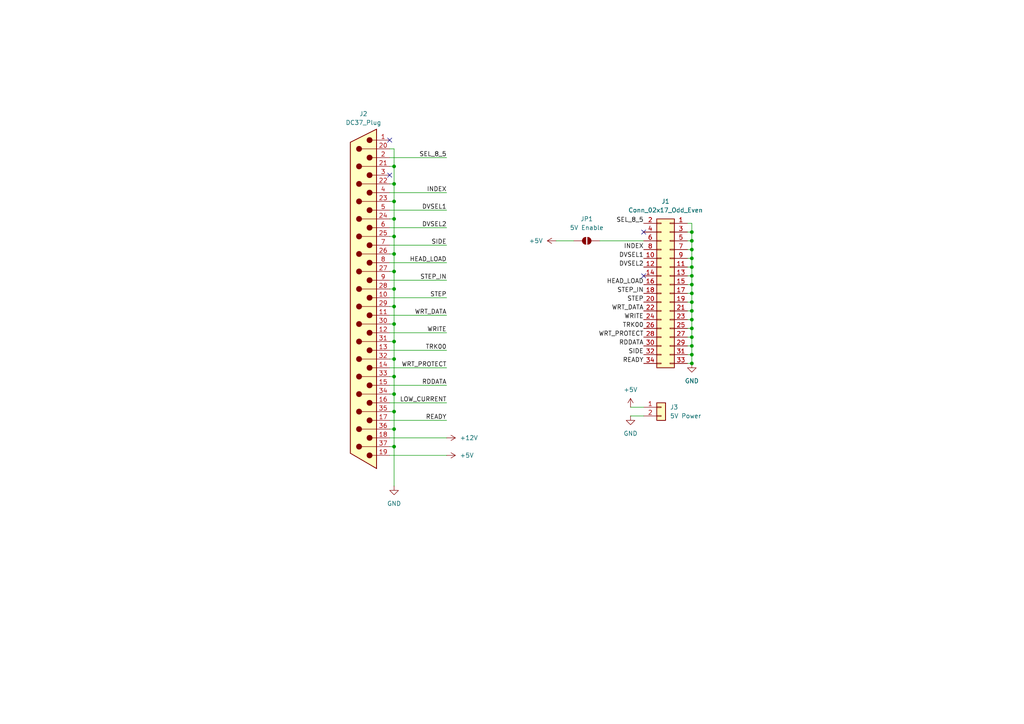
<source format=kicad_sch>
(kicad_sch
	(version 20231120)
	(generator "eeschema")
	(generator_version "8.0")
	(uuid "db3b844b-1b53-432e-aedc-54d28d814540")
	(paper "A4")
	(title_block
		(title "Xerox DB37 to IDC34 Floppy Adapter")
		(date "2025-01-12")
		(rev "v1.0")
		(company "Chris Tersteeg")
	)
	(lib_symbols
		(symbol "Connector:DC37_Plug"
			(pin_names
				(offset 1.016) hide)
			(exclude_from_sim no)
			(in_bom yes)
			(on_board yes)
			(property "Reference" "J"
				(at 0 50.8 0)
				(effects
					(font
						(size 1.27 1.27)
					)
				)
			)
			(property "Value" "DC37_Plug"
				(at 0 -50.8 0)
				(effects
					(font
						(size 1.27 1.27)
					)
				)
			)
			(property "Footprint" ""
				(at 0 0 0)
				(effects
					(font
						(size 1.27 1.27)
					)
					(hide yes)
				)
			)
			(property "Datasheet" "~"
				(at 0 0 0)
				(effects
					(font
						(size 1.27 1.27)
					)
					(hide yes)
				)
			)
			(property "Description" "37-pin male plug pin D-SUB connector"
				(at 0 0 0)
				(effects
					(font
						(size 1.27 1.27)
					)
					(hide yes)
				)
			)
			(property "ki_keywords" "male plug D-SUB connector"
				(at 0 0 0)
				(effects
					(font
						(size 1.27 1.27)
					)
					(hide yes)
				)
			)
			(property "ki_fp_filters" "DSUB*Male*"
				(at 0 0 0)
				(effects
					(font
						(size 1.27 1.27)
					)
					(hide yes)
				)
			)
			(symbol "DC37_Plug_0_1"
				(circle
					(center -1.778 -45.72)
					(radius 0.762)
					(stroke
						(width 0)
						(type default)
					)
					(fill
						(type outline)
					)
				)
				(circle
					(center -1.778 -40.64)
					(radius 0.762)
					(stroke
						(width 0)
						(type default)
					)
					(fill
						(type outline)
					)
				)
				(circle
					(center -1.778 -35.56)
					(radius 0.762)
					(stroke
						(width 0)
						(type default)
					)
					(fill
						(type outline)
					)
				)
				(circle
					(center -1.778 -30.48)
					(radius 0.762)
					(stroke
						(width 0)
						(type default)
					)
					(fill
						(type outline)
					)
				)
				(circle
					(center -1.778 -25.4)
					(radius 0.762)
					(stroke
						(width 0)
						(type default)
					)
					(fill
						(type outline)
					)
				)
				(circle
					(center -1.778 -20.32)
					(radius 0.762)
					(stroke
						(width 0)
						(type default)
					)
					(fill
						(type outline)
					)
				)
				(circle
					(center -1.778 -15.24)
					(radius 0.762)
					(stroke
						(width 0)
						(type default)
					)
					(fill
						(type outline)
					)
				)
				(circle
					(center -1.778 -10.16)
					(radius 0.762)
					(stroke
						(width 0)
						(type default)
					)
					(fill
						(type outline)
					)
				)
				(circle
					(center -1.778 -5.08)
					(radius 0.762)
					(stroke
						(width 0)
						(type default)
					)
					(fill
						(type outline)
					)
				)
				(circle
					(center -1.778 0)
					(radius 0.762)
					(stroke
						(width 0)
						(type default)
					)
					(fill
						(type outline)
					)
				)
				(circle
					(center -1.778 5.08)
					(radius 0.762)
					(stroke
						(width 0)
						(type default)
					)
					(fill
						(type outline)
					)
				)
				(circle
					(center -1.778 10.16)
					(radius 0.762)
					(stroke
						(width 0)
						(type default)
					)
					(fill
						(type outline)
					)
				)
				(circle
					(center -1.778 15.24)
					(radius 0.762)
					(stroke
						(width 0)
						(type default)
					)
					(fill
						(type outline)
					)
				)
				(circle
					(center -1.778 20.32)
					(radius 0.762)
					(stroke
						(width 0)
						(type default)
					)
					(fill
						(type outline)
					)
				)
				(circle
					(center -1.778 25.4)
					(radius 0.762)
					(stroke
						(width 0)
						(type default)
					)
					(fill
						(type outline)
					)
				)
				(circle
					(center -1.778 30.48)
					(radius 0.762)
					(stroke
						(width 0)
						(type default)
					)
					(fill
						(type outline)
					)
				)
				(circle
					(center -1.778 35.56)
					(radius 0.762)
					(stroke
						(width 0)
						(type default)
					)
					(fill
						(type outline)
					)
				)
				(circle
					(center -1.778 40.64)
					(radius 0.762)
					(stroke
						(width 0)
						(type default)
					)
					(fill
						(type outline)
					)
				)
				(circle
					(center -1.778 45.72)
					(radius 0.762)
					(stroke
						(width 0)
						(type default)
					)
					(fill
						(type outline)
					)
				)
				(polyline
					(pts
						(xy -3.81 -45.72) (xy -2.54 -45.72)
					)
					(stroke
						(width 0)
						(type default)
					)
					(fill
						(type none)
					)
				)
				(polyline
					(pts
						(xy -3.81 -43.18) (xy 0.508 -43.18)
					)
					(stroke
						(width 0)
						(type default)
					)
					(fill
						(type none)
					)
				)
				(polyline
					(pts
						(xy -3.81 -40.64) (xy -2.54 -40.64)
					)
					(stroke
						(width 0)
						(type default)
					)
					(fill
						(type none)
					)
				)
				(polyline
					(pts
						(xy -3.81 -38.1) (xy 0.508 -38.1)
					)
					(stroke
						(width 0)
						(type default)
					)
					(fill
						(type none)
					)
				)
				(polyline
					(pts
						(xy -3.81 -35.56) (xy -2.54 -35.56)
					)
					(stroke
						(width 0)
						(type default)
					)
					(fill
						(type none)
					)
				)
				(polyline
					(pts
						(xy -3.81 -33.02) (xy 0.508 -33.02)
					)
					(stroke
						(width 0)
						(type default)
					)
					(fill
						(type none)
					)
				)
				(polyline
					(pts
						(xy -3.81 -30.48) (xy -2.54 -30.48)
					)
					(stroke
						(width 0)
						(type default)
					)
					(fill
						(type none)
					)
				)
				(polyline
					(pts
						(xy -3.81 -27.94) (xy 0.508 -27.94)
					)
					(stroke
						(width 0)
						(type default)
					)
					(fill
						(type none)
					)
				)
				(polyline
					(pts
						(xy -3.81 -25.4) (xy -2.54 -25.4)
					)
					(stroke
						(width 0)
						(type default)
					)
					(fill
						(type none)
					)
				)
				(polyline
					(pts
						(xy -3.81 -22.86) (xy 0.508 -22.86)
					)
					(stroke
						(width 0)
						(type default)
					)
					(fill
						(type none)
					)
				)
				(polyline
					(pts
						(xy -3.81 -20.32) (xy -2.54 -20.32)
					)
					(stroke
						(width 0)
						(type default)
					)
					(fill
						(type none)
					)
				)
				(polyline
					(pts
						(xy -3.81 -17.78) (xy 0.508 -17.78)
					)
					(stroke
						(width 0)
						(type default)
					)
					(fill
						(type none)
					)
				)
				(polyline
					(pts
						(xy -3.81 -15.24) (xy -2.54 -15.24)
					)
					(stroke
						(width 0)
						(type default)
					)
					(fill
						(type none)
					)
				)
				(polyline
					(pts
						(xy -3.81 -12.7) (xy 0.508 -12.7)
					)
					(stroke
						(width 0)
						(type default)
					)
					(fill
						(type none)
					)
				)
				(polyline
					(pts
						(xy -3.81 -10.16) (xy -2.54 -10.16)
					)
					(stroke
						(width 0)
						(type default)
					)
					(fill
						(type none)
					)
				)
				(polyline
					(pts
						(xy -3.81 -7.62) (xy 0.508 -7.62)
					)
					(stroke
						(width 0)
						(type default)
					)
					(fill
						(type none)
					)
				)
				(polyline
					(pts
						(xy -3.81 -5.08) (xy -2.54 -5.08)
					)
					(stroke
						(width 0)
						(type default)
					)
					(fill
						(type none)
					)
				)
				(polyline
					(pts
						(xy -3.81 -2.54) (xy 0.508 -2.54)
					)
					(stroke
						(width 0)
						(type default)
					)
					(fill
						(type none)
					)
				)
				(polyline
					(pts
						(xy -3.81 0) (xy -2.54 0)
					)
					(stroke
						(width 0)
						(type default)
					)
					(fill
						(type none)
					)
				)
				(polyline
					(pts
						(xy -3.81 2.54) (xy 0.508 2.54)
					)
					(stroke
						(width 0)
						(type default)
					)
					(fill
						(type none)
					)
				)
				(polyline
					(pts
						(xy -3.81 5.08) (xy -2.54 5.08)
					)
					(stroke
						(width 0)
						(type default)
					)
					(fill
						(type none)
					)
				)
				(polyline
					(pts
						(xy -3.81 7.62) (xy 0.508 7.62)
					)
					(stroke
						(width 0)
						(type default)
					)
					(fill
						(type none)
					)
				)
				(polyline
					(pts
						(xy -3.81 10.16) (xy -2.54 10.16)
					)
					(stroke
						(width 0)
						(type default)
					)
					(fill
						(type none)
					)
				)
				(polyline
					(pts
						(xy -3.81 12.7) (xy 0.508 12.7)
					)
					(stroke
						(width 0)
						(type default)
					)
					(fill
						(type none)
					)
				)
				(polyline
					(pts
						(xy -3.81 15.24) (xy -2.54 15.24)
					)
					(stroke
						(width 0)
						(type default)
					)
					(fill
						(type none)
					)
				)
				(polyline
					(pts
						(xy -3.81 17.78) (xy 0.508 17.78)
					)
					(stroke
						(width 0)
						(type default)
					)
					(fill
						(type none)
					)
				)
				(polyline
					(pts
						(xy -3.81 20.32) (xy -2.54 20.32)
					)
					(stroke
						(width 0)
						(type default)
					)
					(fill
						(type none)
					)
				)
				(polyline
					(pts
						(xy -3.81 22.86) (xy 0.508 22.86)
					)
					(stroke
						(width 0)
						(type default)
					)
					(fill
						(type none)
					)
				)
				(polyline
					(pts
						(xy -3.81 25.4) (xy -2.54 25.4)
					)
					(stroke
						(width 0)
						(type default)
					)
					(fill
						(type none)
					)
				)
				(polyline
					(pts
						(xy -3.81 27.94) (xy 0.508 27.94)
					)
					(stroke
						(width 0)
						(type default)
					)
					(fill
						(type none)
					)
				)
				(polyline
					(pts
						(xy -3.81 30.48) (xy -2.54 30.48)
					)
					(stroke
						(width 0)
						(type default)
					)
					(fill
						(type none)
					)
				)
				(polyline
					(pts
						(xy -3.81 33.02) (xy 0.508 33.02)
					)
					(stroke
						(width 0)
						(type default)
					)
					(fill
						(type none)
					)
				)
				(polyline
					(pts
						(xy -3.81 35.56) (xy -2.54 35.56)
					)
					(stroke
						(width 0)
						(type default)
					)
					(fill
						(type none)
					)
				)
				(polyline
					(pts
						(xy -3.81 38.1) (xy 0.508 38.1)
					)
					(stroke
						(width 0)
						(type default)
					)
					(fill
						(type none)
					)
				)
				(polyline
					(pts
						(xy -3.81 40.64) (xy -2.54 40.64)
					)
					(stroke
						(width 0)
						(type default)
					)
					(fill
						(type none)
					)
				)
				(polyline
					(pts
						(xy -3.81 43.18) (xy 0.508 43.18)
					)
					(stroke
						(width 0)
						(type default)
					)
					(fill
						(type none)
					)
				)
				(polyline
					(pts
						(xy -3.81 45.72) (xy -2.54 45.72)
					)
					(stroke
						(width 0)
						(type default)
					)
					(fill
						(type none)
					)
				)
				(polyline
					(pts
						(xy -3.81 49.53) (xy 3.81 45.085) (xy 3.81 -45.085) (xy -3.81 -48.895) (xy -3.81 49.53)
					)
					(stroke
						(width 0.254)
						(type default)
					)
					(fill
						(type background)
					)
				)
				(circle
					(center 1.27 -43.18)
					(radius 0.762)
					(stroke
						(width 0)
						(type default)
					)
					(fill
						(type outline)
					)
				)
				(circle
					(center 1.27 -38.1)
					(radius 0.762)
					(stroke
						(width 0)
						(type default)
					)
					(fill
						(type outline)
					)
				)
				(circle
					(center 1.27 -33.02)
					(radius 0.762)
					(stroke
						(width 0)
						(type default)
					)
					(fill
						(type outline)
					)
				)
				(circle
					(center 1.27 -27.94)
					(radius 0.762)
					(stroke
						(width 0)
						(type default)
					)
					(fill
						(type outline)
					)
				)
				(circle
					(center 1.27 -22.86)
					(radius 0.762)
					(stroke
						(width 0)
						(type default)
					)
					(fill
						(type outline)
					)
				)
				(circle
					(center 1.27 -17.78)
					(radius 0.762)
					(stroke
						(width 0)
						(type default)
					)
					(fill
						(type outline)
					)
				)
				(circle
					(center 1.27 -12.7)
					(radius 0.762)
					(stroke
						(width 0)
						(type default)
					)
					(fill
						(type outline)
					)
				)
				(circle
					(center 1.27 -7.62)
					(radius 0.762)
					(stroke
						(width 0)
						(type default)
					)
					(fill
						(type outline)
					)
				)
				(circle
					(center 1.27 -2.54)
					(radius 0.762)
					(stroke
						(width 0)
						(type default)
					)
					(fill
						(type outline)
					)
				)
				(circle
					(center 1.27 2.54)
					(radius 0.762)
					(stroke
						(width 0)
						(type default)
					)
					(fill
						(type outline)
					)
				)
				(circle
					(center 1.27 7.62)
					(radius 0.762)
					(stroke
						(width 0)
						(type default)
					)
					(fill
						(type outline)
					)
				)
				(circle
					(center 1.27 12.7)
					(radius 0.762)
					(stroke
						(width 0)
						(type default)
					)
					(fill
						(type outline)
					)
				)
				(circle
					(center 1.27 17.78)
					(radius 0.762)
					(stroke
						(width 0)
						(type default)
					)
					(fill
						(type outline)
					)
				)
				(circle
					(center 1.27 22.86)
					(radius 0.762)
					(stroke
						(width 0)
						(type default)
					)
					(fill
						(type outline)
					)
				)
				(circle
					(center 1.27 27.94)
					(radius 0.762)
					(stroke
						(width 0)
						(type default)
					)
					(fill
						(type outline)
					)
				)
				(circle
					(center 1.27 33.02)
					(radius 0.762)
					(stroke
						(width 0)
						(type default)
					)
					(fill
						(type outline)
					)
				)
				(circle
					(center 1.27 38.1)
					(radius 0.762)
					(stroke
						(width 0)
						(type default)
					)
					(fill
						(type outline)
					)
				)
				(circle
					(center 1.27 43.18)
					(radius 0.762)
					(stroke
						(width 0)
						(type default)
					)
					(fill
						(type outline)
					)
				)
			)
			(symbol "DC37_Plug_1_1"
				(pin passive line
					(at -7.62 -45.72 0)
					(length 3.81)
					(name "1"
						(effects
							(font
								(size 1.27 1.27)
							)
						)
					)
					(number "1"
						(effects
							(font
								(size 1.27 1.27)
							)
						)
					)
				)
				(pin passive line
					(at -7.62 0 0)
					(length 3.81)
					(name "10"
						(effects
							(font
								(size 1.27 1.27)
							)
						)
					)
					(number "10"
						(effects
							(font
								(size 1.27 1.27)
							)
						)
					)
				)
				(pin passive line
					(at -7.62 5.08 0)
					(length 3.81)
					(name "11"
						(effects
							(font
								(size 1.27 1.27)
							)
						)
					)
					(number "11"
						(effects
							(font
								(size 1.27 1.27)
							)
						)
					)
				)
				(pin passive line
					(at -7.62 10.16 0)
					(length 3.81)
					(name "12"
						(effects
							(font
								(size 1.27 1.27)
							)
						)
					)
					(number "12"
						(effects
							(font
								(size 1.27 1.27)
							)
						)
					)
				)
				(pin passive line
					(at -7.62 15.24 0)
					(length 3.81)
					(name "13"
						(effects
							(font
								(size 1.27 1.27)
							)
						)
					)
					(number "13"
						(effects
							(font
								(size 1.27 1.27)
							)
						)
					)
				)
				(pin passive line
					(at -7.62 20.32 0)
					(length 3.81)
					(name "14"
						(effects
							(font
								(size 1.27 1.27)
							)
						)
					)
					(number "14"
						(effects
							(font
								(size 1.27 1.27)
							)
						)
					)
				)
				(pin passive line
					(at -7.62 25.4 0)
					(length 3.81)
					(name "15"
						(effects
							(font
								(size 1.27 1.27)
							)
						)
					)
					(number "15"
						(effects
							(font
								(size 1.27 1.27)
							)
						)
					)
				)
				(pin passive line
					(at -7.62 30.48 0)
					(length 3.81)
					(name "16"
						(effects
							(font
								(size 1.27 1.27)
							)
						)
					)
					(number "16"
						(effects
							(font
								(size 1.27 1.27)
							)
						)
					)
				)
				(pin passive line
					(at -7.62 35.56 0)
					(length 3.81)
					(name "17"
						(effects
							(font
								(size 1.27 1.27)
							)
						)
					)
					(number "17"
						(effects
							(font
								(size 1.27 1.27)
							)
						)
					)
				)
				(pin passive line
					(at -7.62 40.64 0)
					(length 3.81)
					(name "18"
						(effects
							(font
								(size 1.27 1.27)
							)
						)
					)
					(number "18"
						(effects
							(font
								(size 1.27 1.27)
							)
						)
					)
				)
				(pin passive line
					(at -7.62 45.72 0)
					(length 3.81)
					(name "19"
						(effects
							(font
								(size 1.27 1.27)
							)
						)
					)
					(number "19"
						(effects
							(font
								(size 1.27 1.27)
							)
						)
					)
				)
				(pin passive line
					(at -7.62 -40.64 0)
					(length 3.81)
					(name "2"
						(effects
							(font
								(size 1.27 1.27)
							)
						)
					)
					(number "2"
						(effects
							(font
								(size 1.27 1.27)
							)
						)
					)
				)
				(pin passive line
					(at -7.62 -43.18 0)
					(length 3.81)
					(name "20"
						(effects
							(font
								(size 1.27 1.27)
							)
						)
					)
					(number "20"
						(effects
							(font
								(size 1.27 1.27)
							)
						)
					)
				)
				(pin passive line
					(at -7.62 -38.1 0)
					(length 3.81)
					(name "21"
						(effects
							(font
								(size 1.27 1.27)
							)
						)
					)
					(number "21"
						(effects
							(font
								(size 1.27 1.27)
							)
						)
					)
				)
				(pin passive line
					(at -7.62 -33.02 0)
					(length 3.81)
					(name "22"
						(effects
							(font
								(size 1.27 1.27)
							)
						)
					)
					(number "22"
						(effects
							(font
								(size 1.27 1.27)
							)
						)
					)
				)
				(pin passive line
					(at -7.62 -27.94 0)
					(length 3.81)
					(name "23"
						(effects
							(font
								(size 1.27 1.27)
							)
						)
					)
					(number "23"
						(effects
							(font
								(size 1.27 1.27)
							)
						)
					)
				)
				(pin passive line
					(at -7.62 -22.86 0)
					(length 3.81)
					(name "24"
						(effects
							(font
								(size 1.27 1.27)
							)
						)
					)
					(number "24"
						(effects
							(font
								(size 1.27 1.27)
							)
						)
					)
				)
				(pin passive line
					(at -7.62 -17.78 0)
					(length 3.81)
					(name "25"
						(effects
							(font
								(size 1.27 1.27)
							)
						)
					)
					(number "25"
						(effects
							(font
								(size 1.27 1.27)
							)
						)
					)
				)
				(pin passive line
					(at -7.62 -12.7 0)
					(length 3.81)
					(name "26"
						(effects
							(font
								(size 1.27 1.27)
							)
						)
					)
					(number "26"
						(effects
							(font
								(size 1.27 1.27)
							)
						)
					)
				)
				(pin passive line
					(at -7.62 -7.62 0)
					(length 3.81)
					(name "27"
						(effects
							(font
								(size 1.27 1.27)
							)
						)
					)
					(number "27"
						(effects
							(font
								(size 1.27 1.27)
							)
						)
					)
				)
				(pin passive line
					(at -7.62 -2.54 0)
					(length 3.81)
					(name "28"
						(effects
							(font
								(size 1.27 1.27)
							)
						)
					)
					(number "28"
						(effects
							(font
								(size 1.27 1.27)
							)
						)
					)
				)
				(pin passive line
					(at -7.62 2.54 0)
					(length 3.81)
					(name "29"
						(effects
							(font
								(size 1.27 1.27)
							)
						)
					)
					(number "29"
						(effects
							(font
								(size 1.27 1.27)
							)
						)
					)
				)
				(pin passive line
					(at -7.62 -35.56 0)
					(length 3.81)
					(name "3"
						(effects
							(font
								(size 1.27 1.27)
							)
						)
					)
					(number "3"
						(effects
							(font
								(size 1.27 1.27)
							)
						)
					)
				)
				(pin passive line
					(at -7.62 7.62 0)
					(length 3.81)
					(name "30"
						(effects
							(font
								(size 1.27 1.27)
							)
						)
					)
					(number "30"
						(effects
							(font
								(size 1.27 1.27)
							)
						)
					)
				)
				(pin passive line
					(at -7.62 12.7 0)
					(length 3.81)
					(name "31"
						(effects
							(font
								(size 1.27 1.27)
							)
						)
					)
					(number "31"
						(effects
							(font
								(size 1.27 1.27)
							)
						)
					)
				)
				(pin passive line
					(at -7.62 17.78 0)
					(length 3.81)
					(name "32"
						(effects
							(font
								(size 1.27 1.27)
							)
						)
					)
					(number "32"
						(effects
							(font
								(size 1.27 1.27)
							)
						)
					)
				)
				(pin passive line
					(at -7.62 22.86 0)
					(length 3.81)
					(name "33"
						(effects
							(font
								(size 1.27 1.27)
							)
						)
					)
					(number "33"
						(effects
							(font
								(size 1.27 1.27)
							)
						)
					)
				)
				(pin passive line
					(at -7.62 27.94 0)
					(length 3.81)
					(name "34"
						(effects
							(font
								(size 1.27 1.27)
							)
						)
					)
					(number "34"
						(effects
							(font
								(size 1.27 1.27)
							)
						)
					)
				)
				(pin passive line
					(at -7.62 33.02 0)
					(length 3.81)
					(name "35"
						(effects
							(font
								(size 1.27 1.27)
							)
						)
					)
					(number "35"
						(effects
							(font
								(size 1.27 1.27)
							)
						)
					)
				)
				(pin passive line
					(at -7.62 38.1 0)
					(length 3.81)
					(name "36"
						(effects
							(font
								(size 1.27 1.27)
							)
						)
					)
					(number "36"
						(effects
							(font
								(size 1.27 1.27)
							)
						)
					)
				)
				(pin passive line
					(at -7.62 43.18 0)
					(length 3.81)
					(name "37"
						(effects
							(font
								(size 1.27 1.27)
							)
						)
					)
					(number "37"
						(effects
							(font
								(size 1.27 1.27)
							)
						)
					)
				)
				(pin passive line
					(at -7.62 -30.48 0)
					(length 3.81)
					(name "4"
						(effects
							(font
								(size 1.27 1.27)
							)
						)
					)
					(number "4"
						(effects
							(font
								(size 1.27 1.27)
							)
						)
					)
				)
				(pin passive line
					(at -7.62 -25.4 0)
					(length 3.81)
					(name "5"
						(effects
							(font
								(size 1.27 1.27)
							)
						)
					)
					(number "5"
						(effects
							(font
								(size 1.27 1.27)
							)
						)
					)
				)
				(pin passive line
					(at -7.62 -20.32 0)
					(length 3.81)
					(name "6"
						(effects
							(font
								(size 1.27 1.27)
							)
						)
					)
					(number "6"
						(effects
							(font
								(size 1.27 1.27)
							)
						)
					)
				)
				(pin passive line
					(at -7.62 -15.24 0)
					(length 3.81)
					(name "7"
						(effects
							(font
								(size 1.27 1.27)
							)
						)
					)
					(number "7"
						(effects
							(font
								(size 1.27 1.27)
							)
						)
					)
				)
				(pin passive line
					(at -7.62 -10.16 0)
					(length 3.81)
					(name "8"
						(effects
							(font
								(size 1.27 1.27)
							)
						)
					)
					(number "8"
						(effects
							(font
								(size 1.27 1.27)
							)
						)
					)
				)
				(pin passive line
					(at -7.62 -5.08 0)
					(length 3.81)
					(name "9"
						(effects
							(font
								(size 1.27 1.27)
							)
						)
					)
					(number "9"
						(effects
							(font
								(size 1.27 1.27)
							)
						)
					)
				)
			)
		)
		(symbol "Connector_Generic:Conn_01x02"
			(pin_names
				(offset 1.016) hide)
			(exclude_from_sim no)
			(in_bom yes)
			(on_board yes)
			(property "Reference" "J"
				(at 0 2.54 0)
				(effects
					(font
						(size 1.27 1.27)
					)
				)
			)
			(property "Value" "Conn_01x02"
				(at 0 -5.08 0)
				(effects
					(font
						(size 1.27 1.27)
					)
				)
			)
			(property "Footprint" ""
				(at 0 0 0)
				(effects
					(font
						(size 1.27 1.27)
					)
					(hide yes)
				)
			)
			(property "Datasheet" "~"
				(at 0 0 0)
				(effects
					(font
						(size 1.27 1.27)
					)
					(hide yes)
				)
			)
			(property "Description" "Generic connector, single row, 01x02, script generated (kicad-library-utils/schlib/autogen/connector/)"
				(at 0 0 0)
				(effects
					(font
						(size 1.27 1.27)
					)
					(hide yes)
				)
			)
			(property "ki_keywords" "connector"
				(at 0 0 0)
				(effects
					(font
						(size 1.27 1.27)
					)
					(hide yes)
				)
			)
			(property "ki_fp_filters" "Connector*:*_1x??_*"
				(at 0 0 0)
				(effects
					(font
						(size 1.27 1.27)
					)
					(hide yes)
				)
			)
			(symbol "Conn_01x02_1_1"
				(rectangle
					(start -1.27 -2.413)
					(end 0 -2.667)
					(stroke
						(width 0.1524)
						(type default)
					)
					(fill
						(type none)
					)
				)
				(rectangle
					(start -1.27 0.127)
					(end 0 -0.127)
					(stroke
						(width 0.1524)
						(type default)
					)
					(fill
						(type none)
					)
				)
				(rectangle
					(start -1.27 1.27)
					(end 1.27 -3.81)
					(stroke
						(width 0.254)
						(type default)
					)
					(fill
						(type background)
					)
				)
				(pin passive line
					(at -5.08 0 0)
					(length 3.81)
					(name "Pin_1"
						(effects
							(font
								(size 1.27 1.27)
							)
						)
					)
					(number "1"
						(effects
							(font
								(size 1.27 1.27)
							)
						)
					)
				)
				(pin passive line
					(at -5.08 -2.54 0)
					(length 3.81)
					(name "Pin_2"
						(effects
							(font
								(size 1.27 1.27)
							)
						)
					)
					(number "2"
						(effects
							(font
								(size 1.27 1.27)
							)
						)
					)
				)
			)
		)
		(symbol "Connector_Generic:Conn_02x17_Odd_Even"
			(pin_names
				(offset 1.016) hide)
			(exclude_from_sim no)
			(in_bom yes)
			(on_board yes)
			(property "Reference" "J"
				(at 1.27 22.86 0)
				(effects
					(font
						(size 1.27 1.27)
					)
				)
			)
			(property "Value" "Conn_02x17_Odd_Even"
				(at 1.27 -22.86 0)
				(effects
					(font
						(size 1.27 1.27)
					)
				)
			)
			(property "Footprint" ""
				(at 0 0 0)
				(effects
					(font
						(size 1.27 1.27)
					)
					(hide yes)
				)
			)
			(property "Datasheet" "~"
				(at 0 0 0)
				(effects
					(font
						(size 1.27 1.27)
					)
					(hide yes)
				)
			)
			(property "Description" "Generic connector, double row, 02x17, odd/even pin numbering scheme (row 1 odd numbers, row 2 even numbers), script generated (kicad-library-utils/schlib/autogen/connector/)"
				(at 0 0 0)
				(effects
					(font
						(size 1.27 1.27)
					)
					(hide yes)
				)
			)
			(property "ki_keywords" "connector"
				(at 0 0 0)
				(effects
					(font
						(size 1.27 1.27)
					)
					(hide yes)
				)
			)
			(property "ki_fp_filters" "Connector*:*_2x??_*"
				(at 0 0 0)
				(effects
					(font
						(size 1.27 1.27)
					)
					(hide yes)
				)
			)
			(symbol "Conn_02x17_Odd_Even_1_1"
				(rectangle
					(start -1.27 -20.193)
					(end 0 -20.447)
					(stroke
						(width 0.1524)
						(type default)
					)
					(fill
						(type none)
					)
				)
				(rectangle
					(start -1.27 -17.653)
					(end 0 -17.907)
					(stroke
						(width 0.1524)
						(type default)
					)
					(fill
						(type none)
					)
				)
				(rectangle
					(start -1.27 -15.113)
					(end 0 -15.367)
					(stroke
						(width 0.1524)
						(type default)
					)
					(fill
						(type none)
					)
				)
				(rectangle
					(start -1.27 -12.573)
					(end 0 -12.827)
					(stroke
						(width 0.1524)
						(type default)
					)
					(fill
						(type none)
					)
				)
				(rectangle
					(start -1.27 -10.033)
					(end 0 -10.287)
					(stroke
						(width 0.1524)
						(type default)
					)
					(fill
						(type none)
					)
				)
				(rectangle
					(start -1.27 -7.493)
					(end 0 -7.747)
					(stroke
						(width 0.1524)
						(type default)
					)
					(fill
						(type none)
					)
				)
				(rectangle
					(start -1.27 -4.953)
					(end 0 -5.207)
					(stroke
						(width 0.1524)
						(type default)
					)
					(fill
						(type none)
					)
				)
				(rectangle
					(start -1.27 -2.413)
					(end 0 -2.667)
					(stroke
						(width 0.1524)
						(type default)
					)
					(fill
						(type none)
					)
				)
				(rectangle
					(start -1.27 0.127)
					(end 0 -0.127)
					(stroke
						(width 0.1524)
						(type default)
					)
					(fill
						(type none)
					)
				)
				(rectangle
					(start -1.27 2.667)
					(end 0 2.413)
					(stroke
						(width 0.1524)
						(type default)
					)
					(fill
						(type none)
					)
				)
				(rectangle
					(start -1.27 5.207)
					(end 0 4.953)
					(stroke
						(width 0.1524)
						(type default)
					)
					(fill
						(type none)
					)
				)
				(rectangle
					(start -1.27 7.747)
					(end 0 7.493)
					(stroke
						(width 0.1524)
						(type default)
					)
					(fill
						(type none)
					)
				)
				(rectangle
					(start -1.27 10.287)
					(end 0 10.033)
					(stroke
						(width 0.1524)
						(type default)
					)
					(fill
						(type none)
					)
				)
				(rectangle
					(start -1.27 12.827)
					(end 0 12.573)
					(stroke
						(width 0.1524)
						(type default)
					)
					(fill
						(type none)
					)
				)
				(rectangle
					(start -1.27 15.367)
					(end 0 15.113)
					(stroke
						(width 0.1524)
						(type default)
					)
					(fill
						(type none)
					)
				)
				(rectangle
					(start -1.27 17.907)
					(end 0 17.653)
					(stroke
						(width 0.1524)
						(type default)
					)
					(fill
						(type none)
					)
				)
				(rectangle
					(start -1.27 20.447)
					(end 0 20.193)
					(stroke
						(width 0.1524)
						(type default)
					)
					(fill
						(type none)
					)
				)
				(rectangle
					(start -1.27 21.59)
					(end 3.81 -21.59)
					(stroke
						(width 0.254)
						(type default)
					)
					(fill
						(type background)
					)
				)
				(rectangle
					(start 3.81 -20.193)
					(end 2.54 -20.447)
					(stroke
						(width 0.1524)
						(type default)
					)
					(fill
						(type none)
					)
				)
				(rectangle
					(start 3.81 -17.653)
					(end 2.54 -17.907)
					(stroke
						(width 0.1524)
						(type default)
					)
					(fill
						(type none)
					)
				)
				(rectangle
					(start 3.81 -15.113)
					(end 2.54 -15.367)
					(stroke
						(width 0.1524)
						(type default)
					)
					(fill
						(type none)
					)
				)
				(rectangle
					(start 3.81 -12.573)
					(end 2.54 -12.827)
					(stroke
						(width 0.1524)
						(type default)
					)
					(fill
						(type none)
					)
				)
				(rectangle
					(start 3.81 -10.033)
					(end 2.54 -10.287)
					(stroke
						(width 0.1524)
						(type default)
					)
					(fill
						(type none)
					)
				)
				(rectangle
					(start 3.81 -7.493)
					(end 2.54 -7.747)
					(stroke
						(width 0.1524)
						(type default)
					)
					(fill
						(type none)
					)
				)
				(rectangle
					(start 3.81 -4.953)
					(end 2.54 -5.207)
					(stroke
						(width 0.1524)
						(type default)
					)
					(fill
						(type none)
					)
				)
				(rectangle
					(start 3.81 -2.413)
					(end 2.54 -2.667)
					(stroke
						(width 0.1524)
						(type default)
					)
					(fill
						(type none)
					)
				)
				(rectangle
					(start 3.81 0.127)
					(end 2.54 -0.127)
					(stroke
						(width 0.1524)
						(type default)
					)
					(fill
						(type none)
					)
				)
				(rectangle
					(start 3.81 2.667)
					(end 2.54 2.413)
					(stroke
						(width 0.1524)
						(type default)
					)
					(fill
						(type none)
					)
				)
				(rectangle
					(start 3.81 5.207)
					(end 2.54 4.953)
					(stroke
						(width 0.1524)
						(type default)
					)
					(fill
						(type none)
					)
				)
				(rectangle
					(start 3.81 7.747)
					(end 2.54 7.493)
					(stroke
						(width 0.1524)
						(type default)
					)
					(fill
						(type none)
					)
				)
				(rectangle
					(start 3.81 10.287)
					(end 2.54 10.033)
					(stroke
						(width 0.1524)
						(type default)
					)
					(fill
						(type none)
					)
				)
				(rectangle
					(start 3.81 12.827)
					(end 2.54 12.573)
					(stroke
						(width 0.1524)
						(type default)
					)
					(fill
						(type none)
					)
				)
				(rectangle
					(start 3.81 15.367)
					(end 2.54 15.113)
					(stroke
						(width 0.1524)
						(type default)
					)
					(fill
						(type none)
					)
				)
				(rectangle
					(start 3.81 17.907)
					(end 2.54 17.653)
					(stroke
						(width 0.1524)
						(type default)
					)
					(fill
						(type none)
					)
				)
				(rectangle
					(start 3.81 20.447)
					(end 2.54 20.193)
					(stroke
						(width 0.1524)
						(type default)
					)
					(fill
						(type none)
					)
				)
				(pin passive line
					(at -5.08 20.32 0)
					(length 3.81)
					(name "Pin_1"
						(effects
							(font
								(size 1.27 1.27)
							)
						)
					)
					(number "1"
						(effects
							(font
								(size 1.27 1.27)
							)
						)
					)
				)
				(pin passive line
					(at 7.62 10.16 180)
					(length 3.81)
					(name "Pin_10"
						(effects
							(font
								(size 1.27 1.27)
							)
						)
					)
					(number "10"
						(effects
							(font
								(size 1.27 1.27)
							)
						)
					)
				)
				(pin passive line
					(at -5.08 7.62 0)
					(length 3.81)
					(name "Pin_11"
						(effects
							(font
								(size 1.27 1.27)
							)
						)
					)
					(number "11"
						(effects
							(font
								(size 1.27 1.27)
							)
						)
					)
				)
				(pin passive line
					(at 7.62 7.62 180)
					(length 3.81)
					(name "Pin_12"
						(effects
							(font
								(size 1.27 1.27)
							)
						)
					)
					(number "12"
						(effects
							(font
								(size 1.27 1.27)
							)
						)
					)
				)
				(pin passive line
					(at -5.08 5.08 0)
					(length 3.81)
					(name "Pin_13"
						(effects
							(font
								(size 1.27 1.27)
							)
						)
					)
					(number "13"
						(effects
							(font
								(size 1.27 1.27)
							)
						)
					)
				)
				(pin passive line
					(at 7.62 5.08 180)
					(length 3.81)
					(name "Pin_14"
						(effects
							(font
								(size 1.27 1.27)
							)
						)
					)
					(number "14"
						(effects
							(font
								(size 1.27 1.27)
							)
						)
					)
				)
				(pin passive line
					(at -5.08 2.54 0)
					(length 3.81)
					(name "Pin_15"
						(effects
							(font
								(size 1.27 1.27)
							)
						)
					)
					(number "15"
						(effects
							(font
								(size 1.27 1.27)
							)
						)
					)
				)
				(pin passive line
					(at 7.62 2.54 180)
					(length 3.81)
					(name "Pin_16"
						(effects
							(font
								(size 1.27 1.27)
							)
						)
					)
					(number "16"
						(effects
							(font
								(size 1.27 1.27)
							)
						)
					)
				)
				(pin passive line
					(at -5.08 0 0)
					(length 3.81)
					(name "Pin_17"
						(effects
							(font
								(size 1.27 1.27)
							)
						)
					)
					(number "17"
						(effects
							(font
								(size 1.27 1.27)
							)
						)
					)
				)
				(pin passive line
					(at 7.62 0 180)
					(length 3.81)
					(name "Pin_18"
						(effects
							(font
								(size 1.27 1.27)
							)
						)
					)
					(number "18"
						(effects
							(font
								(size 1.27 1.27)
							)
						)
					)
				)
				(pin passive line
					(at -5.08 -2.54 0)
					(length 3.81)
					(name "Pin_19"
						(effects
							(font
								(size 1.27 1.27)
							)
						)
					)
					(number "19"
						(effects
							(font
								(size 1.27 1.27)
							)
						)
					)
				)
				(pin passive line
					(at 7.62 20.32 180)
					(length 3.81)
					(name "Pin_2"
						(effects
							(font
								(size 1.27 1.27)
							)
						)
					)
					(number "2"
						(effects
							(font
								(size 1.27 1.27)
							)
						)
					)
				)
				(pin passive line
					(at 7.62 -2.54 180)
					(length 3.81)
					(name "Pin_20"
						(effects
							(font
								(size 1.27 1.27)
							)
						)
					)
					(number "20"
						(effects
							(font
								(size 1.27 1.27)
							)
						)
					)
				)
				(pin passive line
					(at -5.08 -5.08 0)
					(length 3.81)
					(name "Pin_21"
						(effects
							(font
								(size 1.27 1.27)
							)
						)
					)
					(number "21"
						(effects
							(font
								(size 1.27 1.27)
							)
						)
					)
				)
				(pin passive line
					(at 7.62 -5.08 180)
					(length 3.81)
					(name "Pin_22"
						(effects
							(font
								(size 1.27 1.27)
							)
						)
					)
					(number "22"
						(effects
							(font
								(size 1.27 1.27)
							)
						)
					)
				)
				(pin passive line
					(at -5.08 -7.62 0)
					(length 3.81)
					(name "Pin_23"
						(effects
							(font
								(size 1.27 1.27)
							)
						)
					)
					(number "23"
						(effects
							(font
								(size 1.27 1.27)
							)
						)
					)
				)
				(pin passive line
					(at 7.62 -7.62 180)
					(length 3.81)
					(name "Pin_24"
						(effects
							(font
								(size 1.27 1.27)
							)
						)
					)
					(number "24"
						(effects
							(font
								(size 1.27 1.27)
							)
						)
					)
				)
				(pin passive line
					(at -5.08 -10.16 0)
					(length 3.81)
					(name "Pin_25"
						(effects
							(font
								(size 1.27 1.27)
							)
						)
					)
					(number "25"
						(effects
							(font
								(size 1.27 1.27)
							)
						)
					)
				)
				(pin passive line
					(at 7.62 -10.16 180)
					(length 3.81)
					(name "Pin_26"
						(effects
							(font
								(size 1.27 1.27)
							)
						)
					)
					(number "26"
						(effects
							(font
								(size 1.27 1.27)
							)
						)
					)
				)
				(pin passive line
					(at -5.08 -12.7 0)
					(length 3.81)
					(name "Pin_27"
						(effects
							(font
								(size 1.27 1.27)
							)
						)
					)
					(number "27"
						(effects
							(font
								(size 1.27 1.27)
							)
						)
					)
				)
				(pin passive line
					(at 7.62 -12.7 180)
					(length 3.81)
					(name "Pin_28"
						(effects
							(font
								(size 1.27 1.27)
							)
						)
					)
					(number "28"
						(effects
							(font
								(size 1.27 1.27)
							)
						)
					)
				)
				(pin passive line
					(at -5.08 -15.24 0)
					(length 3.81)
					(name "Pin_29"
						(effects
							(font
								(size 1.27 1.27)
							)
						)
					)
					(number "29"
						(effects
							(font
								(size 1.27 1.27)
							)
						)
					)
				)
				(pin passive line
					(at -5.08 17.78 0)
					(length 3.81)
					(name "Pin_3"
						(effects
							(font
								(size 1.27 1.27)
							)
						)
					)
					(number "3"
						(effects
							(font
								(size 1.27 1.27)
							)
						)
					)
				)
				(pin passive line
					(at 7.62 -15.24 180)
					(length 3.81)
					(name "Pin_30"
						(effects
							(font
								(size 1.27 1.27)
							)
						)
					)
					(number "30"
						(effects
							(font
								(size 1.27 1.27)
							)
						)
					)
				)
				(pin passive line
					(at -5.08 -17.78 0)
					(length 3.81)
					(name "Pin_31"
						(effects
							(font
								(size 1.27 1.27)
							)
						)
					)
					(number "31"
						(effects
							(font
								(size 1.27 1.27)
							)
						)
					)
				)
				(pin passive line
					(at 7.62 -17.78 180)
					(length 3.81)
					(name "Pin_32"
						(effects
							(font
								(size 1.27 1.27)
							)
						)
					)
					(number "32"
						(effects
							(font
								(size 1.27 1.27)
							)
						)
					)
				)
				(pin passive line
					(at -5.08 -20.32 0)
					(length 3.81)
					(name "Pin_33"
						(effects
							(font
								(size 1.27 1.27)
							)
						)
					)
					(number "33"
						(effects
							(font
								(size 1.27 1.27)
							)
						)
					)
				)
				(pin passive line
					(at 7.62 -20.32 180)
					(length 3.81)
					(name "Pin_34"
						(effects
							(font
								(size 1.27 1.27)
							)
						)
					)
					(number "34"
						(effects
							(font
								(size 1.27 1.27)
							)
						)
					)
				)
				(pin passive line
					(at 7.62 17.78 180)
					(length 3.81)
					(name "Pin_4"
						(effects
							(font
								(size 1.27 1.27)
							)
						)
					)
					(number "4"
						(effects
							(font
								(size 1.27 1.27)
							)
						)
					)
				)
				(pin passive line
					(at -5.08 15.24 0)
					(length 3.81)
					(name "Pin_5"
						(effects
							(font
								(size 1.27 1.27)
							)
						)
					)
					(number "5"
						(effects
							(font
								(size 1.27 1.27)
							)
						)
					)
				)
				(pin passive line
					(at 7.62 15.24 180)
					(length 3.81)
					(name "Pin_6"
						(effects
							(font
								(size 1.27 1.27)
							)
						)
					)
					(number "6"
						(effects
							(font
								(size 1.27 1.27)
							)
						)
					)
				)
				(pin passive line
					(at -5.08 12.7 0)
					(length 3.81)
					(name "Pin_7"
						(effects
							(font
								(size 1.27 1.27)
							)
						)
					)
					(number "7"
						(effects
							(font
								(size 1.27 1.27)
							)
						)
					)
				)
				(pin passive line
					(at 7.62 12.7 180)
					(length 3.81)
					(name "Pin_8"
						(effects
							(font
								(size 1.27 1.27)
							)
						)
					)
					(number "8"
						(effects
							(font
								(size 1.27 1.27)
							)
						)
					)
				)
				(pin passive line
					(at -5.08 10.16 0)
					(length 3.81)
					(name "Pin_9"
						(effects
							(font
								(size 1.27 1.27)
							)
						)
					)
					(number "9"
						(effects
							(font
								(size 1.27 1.27)
							)
						)
					)
				)
			)
		)
		(symbol "GND_1"
			(power)
			(pin_numbers hide)
			(pin_names
				(offset 0) hide)
			(exclude_from_sim no)
			(in_bom yes)
			(on_board yes)
			(property "Reference" "#PWR"
				(at 0 -6.35 0)
				(effects
					(font
						(size 1.27 1.27)
					)
					(hide yes)
				)
			)
			(property "Value" "GND"
				(at 0 -3.81 0)
				(effects
					(font
						(size 1.27 1.27)
					)
				)
			)
			(property "Footprint" ""
				(at 0 0 0)
				(effects
					(font
						(size 1.27 1.27)
					)
					(hide yes)
				)
			)
			(property "Datasheet" ""
				(at 0 0 0)
				(effects
					(font
						(size 1.27 1.27)
					)
					(hide yes)
				)
			)
			(property "Description" "Power symbol creates a global label with name \"GND\" , ground"
				(at 0 0 0)
				(effects
					(font
						(size 1.27 1.27)
					)
					(hide yes)
				)
			)
			(property "ki_keywords" "global power"
				(at 0 0 0)
				(effects
					(font
						(size 1.27 1.27)
					)
					(hide yes)
				)
			)
			(symbol "GND_1_0_1"
				(polyline
					(pts
						(xy 0 0) (xy 0 -1.27) (xy 1.27 -1.27) (xy 0 -2.54) (xy -1.27 -1.27) (xy 0 -1.27)
					)
					(stroke
						(width 0)
						(type default)
					)
					(fill
						(type none)
					)
				)
			)
			(symbol "GND_1_1_1"
				(pin power_in line
					(at 0 0 270)
					(length 0)
					(name "~"
						(effects
							(font
								(size 1.27 1.27)
							)
						)
					)
					(number "1"
						(effects
							(font
								(size 1.27 1.27)
							)
						)
					)
				)
			)
		)
		(symbol "Jumper:SolderJumper_2_Open"
			(pin_numbers hide)
			(pin_names
				(offset 0) hide)
			(exclude_from_sim yes)
			(in_bom no)
			(on_board yes)
			(property "Reference" "JP"
				(at 0 2.032 0)
				(effects
					(font
						(size 1.27 1.27)
					)
				)
			)
			(property "Value" "SolderJumper_2_Open"
				(at 0 -2.54 0)
				(effects
					(font
						(size 1.27 1.27)
					)
				)
			)
			(property "Footprint" ""
				(at 0 0 0)
				(effects
					(font
						(size 1.27 1.27)
					)
					(hide yes)
				)
			)
			(property "Datasheet" "~"
				(at 0 0 0)
				(effects
					(font
						(size 1.27 1.27)
					)
					(hide yes)
				)
			)
			(property "Description" "Solder Jumper, 2-pole, open"
				(at 0 0 0)
				(effects
					(font
						(size 1.27 1.27)
					)
					(hide yes)
				)
			)
			(property "ki_keywords" "solder jumper SPST"
				(at 0 0 0)
				(effects
					(font
						(size 1.27 1.27)
					)
					(hide yes)
				)
			)
			(property "ki_fp_filters" "SolderJumper*Open*"
				(at 0 0 0)
				(effects
					(font
						(size 1.27 1.27)
					)
					(hide yes)
				)
			)
			(symbol "SolderJumper_2_Open_0_1"
				(arc
					(start -0.254 1.016)
					(mid -1.2656 0)
					(end -0.254 -1.016)
					(stroke
						(width 0)
						(type default)
					)
					(fill
						(type none)
					)
				)
				(arc
					(start -0.254 1.016)
					(mid -1.2656 0)
					(end -0.254 -1.016)
					(stroke
						(width 0)
						(type default)
					)
					(fill
						(type outline)
					)
				)
				(polyline
					(pts
						(xy -0.254 1.016) (xy -0.254 -1.016)
					)
					(stroke
						(width 0)
						(type default)
					)
					(fill
						(type none)
					)
				)
				(polyline
					(pts
						(xy 0.254 1.016) (xy 0.254 -1.016)
					)
					(stroke
						(width 0)
						(type default)
					)
					(fill
						(type none)
					)
				)
				(arc
					(start 0.254 -1.016)
					(mid 1.2656 0)
					(end 0.254 1.016)
					(stroke
						(width 0)
						(type default)
					)
					(fill
						(type none)
					)
				)
				(arc
					(start 0.254 -1.016)
					(mid 1.2656 0)
					(end 0.254 1.016)
					(stroke
						(width 0)
						(type default)
					)
					(fill
						(type outline)
					)
				)
			)
			(symbol "SolderJumper_2_Open_1_1"
				(pin passive line
					(at -3.81 0 0)
					(length 2.54)
					(name "A"
						(effects
							(font
								(size 1.27 1.27)
							)
						)
					)
					(number "1"
						(effects
							(font
								(size 1.27 1.27)
							)
						)
					)
				)
				(pin passive line
					(at 3.81 0 180)
					(length 2.54)
					(name "B"
						(effects
							(font
								(size 1.27 1.27)
							)
						)
					)
					(number "2"
						(effects
							(font
								(size 1.27 1.27)
							)
						)
					)
				)
			)
		)
		(symbol "power:+12V"
			(power)
			(pin_numbers hide)
			(pin_names
				(offset 0) hide)
			(exclude_from_sim no)
			(in_bom yes)
			(on_board yes)
			(property "Reference" "#PWR"
				(at 0 -3.81 0)
				(effects
					(font
						(size 1.27 1.27)
					)
					(hide yes)
				)
			)
			(property "Value" "+12V"
				(at 0 3.556 0)
				(effects
					(font
						(size 1.27 1.27)
					)
				)
			)
			(property "Footprint" ""
				(at 0 0 0)
				(effects
					(font
						(size 1.27 1.27)
					)
					(hide yes)
				)
			)
			(property "Datasheet" ""
				(at 0 0 0)
				(effects
					(font
						(size 1.27 1.27)
					)
					(hide yes)
				)
			)
			(property "Description" "Power symbol creates a global label with name \"+12V\""
				(at 0 0 0)
				(effects
					(font
						(size 1.27 1.27)
					)
					(hide yes)
				)
			)
			(property "ki_keywords" "global power"
				(at 0 0 0)
				(effects
					(font
						(size 1.27 1.27)
					)
					(hide yes)
				)
			)
			(symbol "+12V_0_1"
				(polyline
					(pts
						(xy -0.762 1.27) (xy 0 2.54)
					)
					(stroke
						(width 0)
						(type default)
					)
					(fill
						(type none)
					)
				)
				(polyline
					(pts
						(xy 0 0) (xy 0 2.54)
					)
					(stroke
						(width 0)
						(type default)
					)
					(fill
						(type none)
					)
				)
				(polyline
					(pts
						(xy 0 2.54) (xy 0.762 1.27)
					)
					(stroke
						(width 0)
						(type default)
					)
					(fill
						(type none)
					)
				)
			)
			(symbol "+12V_1_1"
				(pin power_in line
					(at 0 0 90)
					(length 0)
					(name "~"
						(effects
							(font
								(size 1.27 1.27)
							)
						)
					)
					(number "1"
						(effects
							(font
								(size 1.27 1.27)
							)
						)
					)
				)
			)
		)
		(symbol "power:+5V"
			(power)
			(pin_numbers hide)
			(pin_names
				(offset 0) hide)
			(exclude_from_sim no)
			(in_bom yes)
			(on_board yes)
			(property "Reference" "#PWR"
				(at 0 -3.81 0)
				(effects
					(font
						(size 1.27 1.27)
					)
					(hide yes)
				)
			)
			(property "Value" "+5V"
				(at 0 3.556 0)
				(effects
					(font
						(size 1.27 1.27)
					)
				)
			)
			(property "Footprint" ""
				(at 0 0 0)
				(effects
					(font
						(size 1.27 1.27)
					)
					(hide yes)
				)
			)
			(property "Datasheet" ""
				(at 0 0 0)
				(effects
					(font
						(size 1.27 1.27)
					)
					(hide yes)
				)
			)
			(property "Description" "Power symbol creates a global label with name \"+5V\""
				(at 0 0 0)
				(effects
					(font
						(size 1.27 1.27)
					)
					(hide yes)
				)
			)
			(property "ki_keywords" "global power"
				(at 0 0 0)
				(effects
					(font
						(size 1.27 1.27)
					)
					(hide yes)
				)
			)
			(symbol "+5V_0_1"
				(polyline
					(pts
						(xy -0.762 1.27) (xy 0 2.54)
					)
					(stroke
						(width 0)
						(type default)
					)
					(fill
						(type none)
					)
				)
				(polyline
					(pts
						(xy 0 0) (xy 0 2.54)
					)
					(stroke
						(width 0)
						(type default)
					)
					(fill
						(type none)
					)
				)
				(polyline
					(pts
						(xy 0 2.54) (xy 0.762 1.27)
					)
					(stroke
						(width 0)
						(type default)
					)
					(fill
						(type none)
					)
				)
			)
			(symbol "+5V_1_1"
				(pin power_in line
					(at 0 0 90)
					(length 0)
					(name "~"
						(effects
							(font
								(size 1.27 1.27)
							)
						)
					)
					(number "1"
						(effects
							(font
								(size 1.27 1.27)
							)
						)
					)
				)
			)
		)
		(symbol "power:GND"
			(power)
			(pin_names
				(offset 0)
			)
			(exclude_from_sim no)
			(in_bom yes)
			(on_board yes)
			(property "Reference" "#PWR"
				(at 0 -6.35 0)
				(effects
					(font
						(size 1.27 1.27)
					)
					(hide yes)
				)
			)
			(property "Value" "GND"
				(at 0 -3.81 0)
				(effects
					(font
						(size 1.27 1.27)
					)
				)
			)
			(property "Footprint" ""
				(at 0 0 0)
				(effects
					(font
						(size 1.27 1.27)
					)
					(hide yes)
				)
			)
			(property "Datasheet" ""
				(at 0 0 0)
				(effects
					(font
						(size 1.27 1.27)
					)
					(hide yes)
				)
			)
			(property "Description" "Power symbol creates a global label with name \"GND\" , ground"
				(at 0 0 0)
				(effects
					(font
						(size 1.27 1.27)
					)
					(hide yes)
				)
			)
			(property "ki_keywords" "global power"
				(at 0 0 0)
				(effects
					(font
						(size 1.27 1.27)
					)
					(hide yes)
				)
			)
			(symbol "GND_0_1"
				(polyline
					(pts
						(xy 0 0) (xy 0 -1.27) (xy 1.27 -1.27) (xy 0 -2.54) (xy -1.27 -1.27) (xy 0 -1.27)
					)
					(stroke
						(width 0)
						(type default)
					)
					(fill
						(type none)
					)
				)
			)
			(symbol "GND_1_1"
				(pin power_in line
					(at 0 0 270)
					(length 0) hide
					(name "GND"
						(effects
							(font
								(size 1.27 1.27)
							)
						)
					)
					(number "1"
						(effects
							(font
								(size 1.27 1.27)
							)
						)
					)
				)
			)
		)
	)
	(junction
		(at 114.3 109.22)
		(diameter 0)
		(color 0 0 0 0)
		(uuid "029b4015-c6f5-4240-9deb-1178014db2fa")
	)
	(junction
		(at 200.66 72.39)
		(diameter 0)
		(color 0 0 0 0)
		(uuid "0df444e6-d439-4739-9afa-b8802f34dee1")
	)
	(junction
		(at 114.3 83.82)
		(diameter 0)
		(color 0 0 0 0)
		(uuid "15c091cc-8967-4a2f-8d4e-d38d1c342b5f")
	)
	(junction
		(at 114.3 68.58)
		(diameter 0)
		(color 0 0 0 0)
		(uuid "24230d24-2942-41d7-b767-9a44de7813f2")
	)
	(junction
		(at 200.66 80.01)
		(diameter 0)
		(color 0 0 0 0)
		(uuid "25f78a84-16e0-4eaa-93a4-134f930fa128")
	)
	(junction
		(at 114.3 73.66)
		(diameter 0)
		(color 0 0 0 0)
		(uuid "296fa3d5-896c-493e-995e-698aa63edb54")
	)
	(junction
		(at 200.66 102.87)
		(diameter 0)
		(color 0 0 0 0)
		(uuid "2a16ad37-830b-4991-8367-9528e9283e48")
	)
	(junction
		(at 200.66 100.33)
		(diameter 0)
		(color 0 0 0 0)
		(uuid "30484624-ac0e-42fc-9820-23a5329e3fa6")
	)
	(junction
		(at 200.66 77.47)
		(diameter 0)
		(color 0 0 0 0)
		(uuid "37c16c51-c8d3-4995-a1ff-75f4fd147822")
	)
	(junction
		(at 200.66 69.85)
		(diameter 0)
		(color 0 0 0 0)
		(uuid "391702aa-2d06-4f96-957b-0526fcbd81ac")
	)
	(junction
		(at 200.66 105.41)
		(diameter 0)
		(color 0 0 0 0)
		(uuid "3f96f7e9-1881-4fa9-b1ea-924dd0d2cb20")
	)
	(junction
		(at 114.3 99.06)
		(diameter 0)
		(color 0 0 0 0)
		(uuid "4801e6b6-db3f-4261-9c17-d357b21cf4a2")
	)
	(junction
		(at 114.3 63.5)
		(diameter 0)
		(color 0 0 0 0)
		(uuid "5fd2bb32-a336-416a-ab2c-580ae13edc83")
	)
	(junction
		(at 200.66 67.31)
		(diameter 0)
		(color 0 0 0 0)
		(uuid "5fd7e94e-ae21-43cc-b1de-3ea4f74752f2")
	)
	(junction
		(at 114.3 119.38)
		(diameter 0)
		(color 0 0 0 0)
		(uuid "6cc784b3-abfe-447b-8606-493c774580cc")
	)
	(junction
		(at 200.66 85.09)
		(diameter 0)
		(color 0 0 0 0)
		(uuid "7525eb91-431c-4d2b-a85d-3bb7803e975a")
	)
	(junction
		(at 114.3 58.42)
		(diameter 0)
		(color 0 0 0 0)
		(uuid "7a8141cc-6243-43ff-bd04-a037ed7a890a")
	)
	(junction
		(at 114.3 78.74)
		(diameter 0)
		(color 0 0 0 0)
		(uuid "7cfaddc4-d5b2-4f05-86b5-61814cdf621f")
	)
	(junction
		(at 200.66 92.71)
		(diameter 0)
		(color 0 0 0 0)
		(uuid "88db5874-dc98-4cff-a734-8d02469d1882")
	)
	(junction
		(at 114.3 93.98)
		(diameter 0)
		(color 0 0 0 0)
		(uuid "88e6f0dc-9299-4a63-8c6b-e6bdfab82d99")
	)
	(junction
		(at 114.3 124.46)
		(diameter 0)
		(color 0 0 0 0)
		(uuid "9c6491bf-99d6-4171-bab2-8cbcbd28787b")
	)
	(junction
		(at 200.66 82.55)
		(diameter 0)
		(color 0 0 0 0)
		(uuid "9d60af23-4f14-46e4-86d8-6431e47a66ac")
	)
	(junction
		(at 114.3 129.54)
		(diameter 0)
		(color 0 0 0 0)
		(uuid "a6eb2054-5726-46c4-8326-ed96f253715f")
	)
	(junction
		(at 200.66 90.17)
		(diameter 0)
		(color 0 0 0 0)
		(uuid "b032d03a-1f39-44db-8ba1-8cb6873939fa")
	)
	(junction
		(at 114.3 114.3)
		(diameter 0)
		(color 0 0 0 0)
		(uuid "c26c33d4-7586-4fe7-8d84-4f797f87a21f")
	)
	(junction
		(at 114.3 48.26)
		(diameter 0)
		(color 0 0 0 0)
		(uuid "c2cf0d3e-f8f7-4e17-bcd5-63f8f153c453")
	)
	(junction
		(at 200.66 74.93)
		(diameter 0)
		(color 0 0 0 0)
		(uuid "d182db24-b749-4455-a004-26d9dba88cb6")
	)
	(junction
		(at 114.3 88.9)
		(diameter 0)
		(color 0 0 0 0)
		(uuid "d2fb42c4-eebe-49b1-b4e1-03990f0d19dc")
	)
	(junction
		(at 200.66 95.25)
		(diameter 0)
		(color 0 0 0 0)
		(uuid "d77c3cdb-1cd6-4b91-a34a-020b317345ba")
	)
	(junction
		(at 200.66 87.63)
		(diameter 0)
		(color 0 0 0 0)
		(uuid "dbbd189d-7652-4710-8829-abc1a770a811")
	)
	(junction
		(at 114.3 104.14)
		(diameter 0)
		(color 0 0 0 0)
		(uuid "e48a896a-a727-4018-871f-22db48bd3128")
	)
	(junction
		(at 114.3 53.34)
		(diameter 0)
		(color 0 0 0 0)
		(uuid "e8949ce8-432e-4c1a-b85f-1d4c13cfb6a4")
	)
	(junction
		(at 200.66 97.79)
		(diameter 0)
		(color 0 0 0 0)
		(uuid "e91af2f5-7f4d-4555-b64f-56bec47ab3ad")
	)
	(no_connect
		(at 186.69 80.01)
		(uuid "26e75967-3bee-4672-a393-a8fd578d4b89")
	)
	(no_connect
		(at 113.03 50.8)
		(uuid "3e502d85-aeae-413f-b95b-3186bf0a702e")
	)
	(no_connect
		(at 186.69 67.31)
		(uuid "561dd0e9-e557-4d83-8667-9805ce45e147")
	)
	(no_connect
		(at 113.03 40.64)
		(uuid "7d7059d9-1d7d-46a8-89e6-3f4b8abd14f2")
	)
	(wire
		(pts
			(xy 114.3 124.46) (xy 114.3 129.54)
		)
		(stroke
			(width 0)
			(type default)
		)
		(uuid "04bd1378-d077-4d4c-9246-fe70bdd36e24")
	)
	(wire
		(pts
			(xy 113.03 93.98) (xy 114.3 93.98)
		)
		(stroke
			(width 0)
			(type default)
		)
		(uuid "0685256f-27e8-4b3c-9827-3ba049b81e6d")
	)
	(wire
		(pts
			(xy 200.66 67.31) (xy 199.39 67.31)
		)
		(stroke
			(width 0)
			(type default)
		)
		(uuid "079a264c-124e-41bf-997b-b5cc7b3e4396")
	)
	(wire
		(pts
			(xy 113.03 73.66) (xy 114.3 73.66)
		)
		(stroke
			(width 0)
			(type default)
		)
		(uuid "1ac78d9a-8ed3-45e9-81ed-f0caaaf53bc5")
	)
	(wire
		(pts
			(xy 113.03 78.74) (xy 114.3 78.74)
		)
		(stroke
			(width 0)
			(type default)
		)
		(uuid "1ef7d8ca-2bc4-44eb-b03b-09c4178ad57d")
	)
	(wire
		(pts
			(xy 200.66 82.55) (xy 199.39 82.55)
		)
		(stroke
			(width 0)
			(type default)
		)
		(uuid "1fc1e92c-62d7-48d3-a9dd-d554470b0522")
	)
	(wire
		(pts
			(xy 200.66 74.93) (xy 199.39 74.93)
		)
		(stroke
			(width 0)
			(type default)
		)
		(uuid "22eac2f1-d8f9-4a6a-9314-de52ed4e2b83")
	)
	(wire
		(pts
			(xy 200.66 92.71) (xy 199.39 92.71)
		)
		(stroke
			(width 0)
			(type default)
		)
		(uuid "23c83f12-80ec-40de-8552-ea87584dbae1")
	)
	(wire
		(pts
			(xy 200.66 69.85) (xy 199.39 69.85)
		)
		(stroke
			(width 0)
			(type default)
		)
		(uuid "262edc17-e175-4080-b216-e6e20beef410")
	)
	(wire
		(pts
			(xy 114.3 43.18) (xy 114.3 48.26)
		)
		(stroke
			(width 0)
			(type default)
		)
		(uuid "28d5fcfe-e66e-4938-a95f-6b01dd118925")
	)
	(wire
		(pts
			(xy 114.3 109.22) (xy 114.3 114.3)
		)
		(stroke
			(width 0)
			(type default)
		)
		(uuid "2a633782-062c-42a0-9c12-1787fa098bf8")
	)
	(wire
		(pts
			(xy 113.03 114.3) (xy 114.3 114.3)
		)
		(stroke
			(width 0)
			(type default)
		)
		(uuid "2a7428d9-5a9b-4a88-8882-d8c7e41cecf1")
	)
	(wire
		(pts
			(xy 113.03 43.18) (xy 114.3 43.18)
		)
		(stroke
			(width 0)
			(type default)
		)
		(uuid "2d2f96b7-dad9-4c47-a789-0b1e3de8fc4b")
	)
	(wire
		(pts
			(xy 200.66 72.39) (xy 200.66 74.93)
		)
		(stroke
			(width 0)
			(type default)
		)
		(uuid "2d6745b9-abc3-4995-a01a-b3bef04420e4")
	)
	(wire
		(pts
			(xy 113.03 88.9) (xy 114.3 88.9)
		)
		(stroke
			(width 0)
			(type default)
		)
		(uuid "303f645e-e9d1-4a41-a8d9-73d9c064642f")
	)
	(wire
		(pts
			(xy 129.54 71.12) (xy 113.03 71.12)
		)
		(stroke
			(width 0)
			(type default)
		)
		(uuid "304733a4-aaae-48e9-b3cf-21a9f68f4a63")
	)
	(wire
		(pts
			(xy 113.03 124.46) (xy 114.3 124.46)
		)
		(stroke
			(width 0)
			(type default)
		)
		(uuid "319fa0b3-c578-4af8-a1cb-85fb6cf0b47c")
	)
	(wire
		(pts
			(xy 200.66 80.01) (xy 200.66 82.55)
		)
		(stroke
			(width 0)
			(type default)
		)
		(uuid "344d50f4-bcd3-45ab-bcef-ac877a5d284b")
	)
	(wire
		(pts
			(xy 200.66 102.87) (xy 200.66 105.41)
		)
		(stroke
			(width 0)
			(type default)
		)
		(uuid "3507406d-e5d3-4250-9dea-d1a0160312e5")
	)
	(wire
		(pts
			(xy 129.54 106.68) (xy 113.03 106.68)
		)
		(stroke
			(width 0)
			(type default)
		)
		(uuid "35900f64-0f02-4e20-b57a-645b5ca1ae46")
	)
	(wire
		(pts
			(xy 200.66 105.41) (xy 199.39 105.41)
		)
		(stroke
			(width 0)
			(type default)
		)
		(uuid "3ada7e0c-615d-4873-939d-bc2dba7f7fa5")
	)
	(wire
		(pts
			(xy 200.66 87.63) (xy 199.39 87.63)
		)
		(stroke
			(width 0)
			(type default)
		)
		(uuid "43c6170b-1a24-4737-a93e-4918a63810cb")
	)
	(wire
		(pts
			(xy 113.03 83.82) (xy 114.3 83.82)
		)
		(stroke
			(width 0)
			(type default)
		)
		(uuid "47dbad4c-b28f-4c75-81d3-074df2466d7e")
	)
	(wire
		(pts
			(xy 114.3 114.3) (xy 114.3 119.38)
		)
		(stroke
			(width 0)
			(type default)
		)
		(uuid "48aa60c3-b05d-431c-a63c-5412f8fe7790")
	)
	(wire
		(pts
			(xy 129.54 101.6) (xy 113.03 101.6)
		)
		(stroke
			(width 0)
			(type default)
		)
		(uuid "51927246-bb63-40b6-8f4f-7cba6f0478f7")
	)
	(wire
		(pts
			(xy 173.99 69.85) (xy 186.69 69.85)
		)
		(stroke
			(width 0)
			(type default)
		)
		(uuid "546c6079-8834-4702-bd62-b61c5ed4b840")
	)
	(wire
		(pts
			(xy 114.3 93.98) (xy 114.3 99.06)
		)
		(stroke
			(width 0)
			(type default)
		)
		(uuid "5744d9dd-4f33-4c79-9e73-e18a106a1db7")
	)
	(wire
		(pts
			(xy 114.3 73.66) (xy 114.3 78.74)
		)
		(stroke
			(width 0)
			(type default)
		)
		(uuid "59ec50d2-3a96-4cb7-aea5-3115facf877b")
	)
	(wire
		(pts
			(xy 166.37 69.85) (xy 161.29 69.85)
		)
		(stroke
			(width 0)
			(type default)
		)
		(uuid "5b56a66a-f2f8-4e8e-9e38-9924381f2e9e")
	)
	(wire
		(pts
			(xy 200.66 69.85) (xy 200.66 72.39)
		)
		(stroke
			(width 0)
			(type default)
		)
		(uuid "604dc6c9-1bfd-4c9a-b56a-b168151745a1")
	)
	(wire
		(pts
			(xy 114.3 68.58) (xy 114.3 73.66)
		)
		(stroke
			(width 0)
			(type default)
		)
		(uuid "60745d54-bae9-477f-be5d-ee7edcf2304c")
	)
	(wire
		(pts
			(xy 200.66 97.79) (xy 200.66 100.33)
		)
		(stroke
			(width 0)
			(type default)
		)
		(uuid "6118155e-46a7-497c-a9cb-a67519014d80")
	)
	(wire
		(pts
			(xy 200.66 87.63) (xy 200.66 90.17)
		)
		(stroke
			(width 0)
			(type default)
		)
		(uuid "630403df-00f9-4f51-9b9d-50a66697ff57")
	)
	(wire
		(pts
			(xy 200.66 85.09) (xy 199.39 85.09)
		)
		(stroke
			(width 0)
			(type default)
		)
		(uuid "64f2f6bb-9661-4139-ae4d-3ecc976bbacd")
	)
	(wire
		(pts
			(xy 129.54 55.88) (xy 113.03 55.88)
		)
		(stroke
			(width 0)
			(type default)
		)
		(uuid "67049716-075e-4223-b877-c25810c36b62")
	)
	(wire
		(pts
			(xy 200.66 74.93) (xy 200.66 77.47)
		)
		(stroke
			(width 0)
			(type default)
		)
		(uuid "6d1c968d-75dc-4b45-bfb4-d5947b1569f2")
	)
	(wire
		(pts
			(xy 114.3 63.5) (xy 114.3 68.58)
		)
		(stroke
			(width 0)
			(type default)
		)
		(uuid "6e2b57d5-bd78-4ab1-88dc-1dd630be826d")
	)
	(wire
		(pts
			(xy 114.3 48.26) (xy 114.3 53.34)
		)
		(stroke
			(width 0)
			(type default)
		)
		(uuid "727f2467-8f73-439c-b6c5-b9a6e36d159f")
	)
	(wire
		(pts
			(xy 200.66 100.33) (xy 199.39 100.33)
		)
		(stroke
			(width 0)
			(type default)
		)
		(uuid "7283c228-03e6-473e-a3cf-d416f56230aa")
	)
	(wire
		(pts
			(xy 182.88 120.65) (xy 186.69 120.65)
		)
		(stroke
			(width 0)
			(type default)
		)
		(uuid "7456494f-aca5-4d6f-bcb7-2864de244090")
	)
	(wire
		(pts
			(xy 114.3 99.06) (xy 114.3 104.14)
		)
		(stroke
			(width 0)
			(type default)
		)
		(uuid "75c9e0e6-8c3d-402d-ae30-2e20a69e0d80")
	)
	(wire
		(pts
			(xy 113.03 104.14) (xy 114.3 104.14)
		)
		(stroke
			(width 0)
			(type default)
		)
		(uuid "78e76d9f-f236-4c0e-a600-86dd019b47e3")
	)
	(wire
		(pts
			(xy 113.03 127) (xy 129.54 127)
		)
		(stroke
			(width 0)
			(type default)
		)
		(uuid "7b0a0328-e624-4389-bc6b-3a546cf45c05")
	)
	(wire
		(pts
			(xy 200.66 77.47) (xy 199.39 77.47)
		)
		(stroke
			(width 0)
			(type default)
		)
		(uuid "80c27c48-0ac2-4406-946c-9e7f48110ff2")
	)
	(wire
		(pts
			(xy 200.66 85.09) (xy 200.66 87.63)
		)
		(stroke
			(width 0)
			(type default)
		)
		(uuid "853702c3-18a8-4191-bc21-5e6e4eb1ce44")
	)
	(wire
		(pts
			(xy 113.03 48.26) (xy 114.3 48.26)
		)
		(stroke
			(width 0)
			(type default)
		)
		(uuid "8c6cd691-3a85-4208-866c-889e41625f65")
	)
	(wire
		(pts
			(xy 113.03 63.5) (xy 114.3 63.5)
		)
		(stroke
			(width 0)
			(type default)
		)
		(uuid "920b1637-6dbb-4b1c-a66d-a67ad1d076e0")
	)
	(wire
		(pts
			(xy 113.03 119.38) (xy 114.3 119.38)
		)
		(stroke
			(width 0)
			(type default)
		)
		(uuid "944a543b-75d5-4702-89eb-410bd534e708")
	)
	(wire
		(pts
			(xy 129.54 116.84) (xy 113.03 116.84)
		)
		(stroke
			(width 0)
			(type default)
		)
		(uuid "9704cb60-fd6f-4251-b812-2045b8264d39")
	)
	(wire
		(pts
			(xy 129.54 121.92) (xy 113.03 121.92)
		)
		(stroke
			(width 0)
			(type default)
		)
		(uuid "98b7f34f-5eba-4ca9-9f9c-a706d24c1ef7")
	)
	(wire
		(pts
			(xy 200.66 95.25) (xy 199.39 95.25)
		)
		(stroke
			(width 0)
			(type default)
		)
		(uuid "997e3976-0ef2-4a9a-b128-bdd0cb80a5a3")
	)
	(wire
		(pts
			(xy 200.66 64.77) (xy 200.66 67.31)
		)
		(stroke
			(width 0)
			(type default)
		)
		(uuid "9ac14d39-a561-4cd6-8fe1-0064803f88d0")
	)
	(wire
		(pts
			(xy 113.03 109.22) (xy 114.3 109.22)
		)
		(stroke
			(width 0)
			(type default)
		)
		(uuid "a0ff6a74-5d96-4c4e-a17d-627ad1b06bf4")
	)
	(wire
		(pts
			(xy 129.54 96.52) (xy 113.03 96.52)
		)
		(stroke
			(width 0)
			(type default)
		)
		(uuid "a2e9906b-e856-45eb-8144-eb8df8e60ae5")
	)
	(wire
		(pts
			(xy 114.3 129.54) (xy 114.3 140.97)
		)
		(stroke
			(width 0)
			(type default)
		)
		(uuid "a3acb650-32b4-4f55-a6d4-9692655106ac")
	)
	(wire
		(pts
			(xy 129.54 81.28) (xy 113.03 81.28)
		)
		(stroke
			(width 0)
			(type default)
		)
		(uuid "a4c9b68c-7d44-493c-8d4d-ee090db92879")
	)
	(wire
		(pts
			(xy 114.3 78.74) (xy 114.3 83.82)
		)
		(stroke
			(width 0)
			(type default)
		)
		(uuid "a56fde3d-c0b8-4f51-ae86-279231725d95")
	)
	(wire
		(pts
			(xy 200.66 77.47) (xy 200.66 80.01)
		)
		(stroke
			(width 0)
			(type default)
		)
		(uuid "a8699c4e-f719-4e4b-8c3f-d413a8319eec")
	)
	(wire
		(pts
			(xy 200.66 82.55) (xy 200.66 85.09)
		)
		(stroke
			(width 0)
			(type default)
		)
		(uuid "a926716b-bb7d-403d-a350-af21d923c4a7")
	)
	(wire
		(pts
			(xy 129.54 60.96) (xy 113.03 60.96)
		)
		(stroke
			(width 0)
			(type default)
		)
		(uuid "b16bbf92-1b2a-4f9e-bb8f-3afe32ed3ccd")
	)
	(wire
		(pts
			(xy 113.03 129.54) (xy 114.3 129.54)
		)
		(stroke
			(width 0)
			(type default)
		)
		(uuid "b4f32df1-0c19-478d-8e74-5f00c5a261c4")
	)
	(wire
		(pts
			(xy 114.3 53.34) (xy 114.3 58.42)
		)
		(stroke
			(width 0)
			(type default)
		)
		(uuid "b698fa7a-ab8c-4a11-aa19-6ed8471d338c")
	)
	(wire
		(pts
			(xy 114.3 88.9) (xy 114.3 93.98)
		)
		(stroke
			(width 0)
			(type default)
		)
		(uuid "b7b3202e-9250-44ed-8899-43a1f60f5c09")
	)
	(wire
		(pts
			(xy 200.66 90.17) (xy 199.39 90.17)
		)
		(stroke
			(width 0)
			(type default)
		)
		(uuid "b97b1360-51c0-4043-a6be-d6dd2171046e")
	)
	(wire
		(pts
			(xy 113.03 132.08) (xy 129.54 132.08)
		)
		(stroke
			(width 0)
			(type default)
		)
		(uuid "be2ba13a-62ba-4548-ae6e-1ba6e454feb0")
	)
	(wire
		(pts
			(xy 200.66 97.79) (xy 199.39 97.79)
		)
		(stroke
			(width 0)
			(type default)
		)
		(uuid "befd8bb2-56bd-4373-bac3-d0fa079ef174")
	)
	(wire
		(pts
			(xy 200.66 72.39) (xy 199.39 72.39)
		)
		(stroke
			(width 0)
			(type default)
		)
		(uuid "c07ae2db-bffc-4a7d-9485-58b2c4cc67de")
	)
	(wire
		(pts
			(xy 129.54 76.2) (xy 113.03 76.2)
		)
		(stroke
			(width 0)
			(type default)
		)
		(uuid "c10cbcab-4bef-4c90-b29f-5219185f6b66")
	)
	(wire
		(pts
			(xy 200.66 92.71) (xy 200.66 95.25)
		)
		(stroke
			(width 0)
			(type default)
		)
		(uuid "c2d24845-a860-4fe5-b79b-7e156a1da838")
	)
	(wire
		(pts
			(xy 113.03 58.42) (xy 114.3 58.42)
		)
		(stroke
			(width 0)
			(type default)
		)
		(uuid "c46a8348-00a6-4fac-af13-0b3ca9c3ba55")
	)
	(wire
		(pts
			(xy 182.88 118.11) (xy 186.69 118.11)
		)
		(stroke
			(width 0)
			(type default)
		)
		(uuid "c9342f49-bc18-4ee0-bccb-f35f87a29603")
	)
	(wire
		(pts
			(xy 200.66 95.25) (xy 200.66 97.79)
		)
		(stroke
			(width 0)
			(type default)
		)
		(uuid "c967b86c-7cce-4848-93c8-48df68414433")
	)
	(wire
		(pts
			(xy 114.3 58.42) (xy 114.3 63.5)
		)
		(stroke
			(width 0)
			(type default)
		)
		(uuid "cc97423e-3aa5-40e1-8b38-590d41095bbe")
	)
	(wire
		(pts
			(xy 114.3 119.38) (xy 114.3 124.46)
		)
		(stroke
			(width 0)
			(type default)
		)
		(uuid "ccf59835-0d35-465f-9cfa-806c61f0dfe6")
	)
	(wire
		(pts
			(xy 129.54 111.76) (xy 113.03 111.76)
		)
		(stroke
			(width 0)
			(type default)
		)
		(uuid "cd79d4d0-6674-4c96-8fca-2040780e8484")
	)
	(wire
		(pts
			(xy 114.3 83.82) (xy 114.3 88.9)
		)
		(stroke
			(width 0)
			(type default)
		)
		(uuid "ce2596f9-adc1-4d49-aeda-9a6ce940ca9c")
	)
	(wire
		(pts
			(xy 113.03 68.58) (xy 114.3 68.58)
		)
		(stroke
			(width 0)
			(type default)
		)
		(uuid "d493252e-ee69-4dea-ad58-a0a951da2ccd")
	)
	(wire
		(pts
			(xy 200.66 90.17) (xy 200.66 92.71)
		)
		(stroke
			(width 0)
			(type default)
		)
		(uuid "d6184a30-724b-41df-8a1a-6cb4224a3cb8")
	)
	(wire
		(pts
			(xy 113.03 53.34) (xy 114.3 53.34)
		)
		(stroke
			(width 0)
			(type default)
		)
		(uuid "d7a81f55-2e8c-4c09-a0a5-6c86ab6e9851")
	)
	(wire
		(pts
			(xy 200.66 80.01) (xy 199.39 80.01)
		)
		(stroke
			(width 0)
			(type default)
		)
		(uuid "db78dc61-f038-4853-a0fe-97d3a5b432ea")
	)
	(wire
		(pts
			(xy 200.66 102.87) (xy 199.39 102.87)
		)
		(stroke
			(width 0)
			(type default)
		)
		(uuid "dbb17106-dd17-4222-b95b-2b39bf1f301c")
	)
	(wire
		(pts
			(xy 114.3 104.14) (xy 114.3 109.22)
		)
		(stroke
			(width 0)
			(type default)
		)
		(uuid "dc103a64-b90f-466c-91f7-9d9e7ad0d526")
	)
	(wire
		(pts
			(xy 113.03 99.06) (xy 114.3 99.06)
		)
		(stroke
			(width 0)
			(type default)
		)
		(uuid "dc805c8b-d29b-40cc-935d-bf7bb0633ae1")
	)
	(wire
		(pts
			(xy 129.54 66.04) (xy 113.03 66.04)
		)
		(stroke
			(width 0)
			(type default)
		)
		(uuid "e362a054-24fa-4efb-8b06-09ffd7f31246")
	)
	(wire
		(pts
			(xy 129.54 91.44) (xy 113.03 91.44)
		)
		(stroke
			(width 0)
			(type default)
		)
		(uuid "e382d5fb-86f5-4272-ab47-8efb8a72c973")
	)
	(wire
		(pts
			(xy 200.66 100.33) (xy 200.66 102.87)
		)
		(stroke
			(width 0)
			(type default)
		)
		(uuid "e73f4b80-aa67-40d7-9c69-32da092933b6")
	)
	(wire
		(pts
			(xy 200.66 64.77) (xy 199.39 64.77)
		)
		(stroke
			(width 0)
			(type default)
		)
		(uuid "eff6a0bb-5c04-4426-b308-adec621c3a76")
	)
	(wire
		(pts
			(xy 200.66 67.31) (xy 200.66 69.85)
		)
		(stroke
			(width 0)
			(type default)
		)
		(uuid "f051d64e-aa78-4722-8419-52bade6a08f7")
	)
	(wire
		(pts
			(xy 129.54 45.72) (xy 113.03 45.72)
		)
		(stroke
			(width 0)
			(type default)
		)
		(uuid "f268420c-68c8-4403-8729-f04b99663c69")
	)
	(wire
		(pts
			(xy 129.54 86.36) (xy 113.03 86.36)
		)
		(stroke
			(width 0)
			(type default)
		)
		(uuid "fcd950ba-9c3b-4586-ac23-8e9d78c71e8e")
	)
	(label "STEP_IN"
		(at 186.69 85.09 180)
		(fields_autoplaced yes)
		(effects
			(font
				(size 1.27 1.27)
			)
			(justify right bottom)
		)
		(uuid "05bb3a0f-f905-4908-bb9c-214bb2daeb4d")
	)
	(label "WRT_PROTECT"
		(at 129.54 106.68 180)
		(fields_autoplaced yes)
		(effects
			(font
				(size 1.27 1.27)
			)
			(justify right bottom)
		)
		(uuid "1d1d61a0-caba-4a7c-a53e-8007ab418155")
	)
	(label "DVSEL1"
		(at 186.69 74.93 180)
		(fields_autoplaced yes)
		(effects
			(font
				(size 1.27 1.27)
			)
			(justify right bottom)
		)
		(uuid "270b5799-e4c4-486c-9810-b615a50d7b9e")
	)
	(label "DVSEL1"
		(at 129.54 60.96 180)
		(fields_autoplaced yes)
		(effects
			(font
				(size 1.27 1.27)
			)
			(justify right bottom)
		)
		(uuid "2c3d51f4-178d-4c57-8bee-028b27ef4d34")
	)
	(label "RDDATA"
		(at 129.54 111.76 180)
		(fields_autoplaced yes)
		(effects
			(font
				(size 1.27 1.27)
			)
			(justify right bottom)
		)
		(uuid "2c5e054f-6ee1-479e-be65-1718454b4aa9")
	)
	(label "READY"
		(at 186.69 105.41 180)
		(fields_autoplaced yes)
		(effects
			(font
				(size 1.27 1.27)
			)
			(justify right bottom)
		)
		(uuid "2f5ecc3c-bdf6-4fa8-a07e-465f8749e6b9")
	)
	(label "DVSEL2"
		(at 129.54 66.04 180)
		(fields_autoplaced yes)
		(effects
			(font
				(size 1.27 1.27)
			)
			(justify right bottom)
		)
		(uuid "308a5c59-1fb2-4f01-9c0b-a0034de4f59e")
	)
	(label "LOW_CURRENT"
		(at 129.54 116.84 180)
		(fields_autoplaced yes)
		(effects
			(font
				(size 1.27 1.27)
			)
			(justify right bottom)
		)
		(uuid "3256a88b-fc32-485f-b648-a424c3bad1bd")
	)
	(label "WRT_DATA"
		(at 186.69 90.17 180)
		(fields_autoplaced yes)
		(effects
			(font
				(size 1.27 1.27)
			)
			(justify right bottom)
		)
		(uuid "50df7d9a-ad05-4938-9277-2fd3bc4fc9a4")
	)
	(label "WRT_PROTECT"
		(at 186.69 97.79 180)
		(fields_autoplaced yes)
		(effects
			(font
				(size 1.27 1.27)
			)
			(justify right bottom)
		)
		(uuid "50f3fd78-6c61-4e5d-9bf9-3a7cb8f57f12")
	)
	(label "DVSEL2"
		(at 186.69 77.47 180)
		(fields_autoplaced yes)
		(effects
			(font
				(size 1.27 1.27)
			)
			(justify right bottom)
		)
		(uuid "5972ae69-6aed-4c03-940b-af64825f310a")
	)
	(label "WRT_DATA"
		(at 129.54 91.44 180)
		(fields_autoplaced yes)
		(effects
			(font
				(size 1.27 1.27)
			)
			(justify right bottom)
		)
		(uuid "5ef5e68d-61b3-429b-bd64-84e26387cc03")
	)
	(label "RDDATA"
		(at 186.69 100.33 180)
		(fields_autoplaced yes)
		(effects
			(font
				(size 1.27 1.27)
			)
			(justify right bottom)
		)
		(uuid "61a0843a-e698-4cca-a445-7fe203fdc285")
	)
	(label "READY"
		(at 129.54 121.92 180)
		(fields_autoplaced yes)
		(effects
			(font
				(size 1.27 1.27)
			)
			(justify right bottom)
		)
		(uuid "71076188-1491-4ac6-99ce-f93aa8c5ded6")
	)
	(label "INDEX"
		(at 186.69 72.39 180)
		(fields_autoplaced yes)
		(effects
			(font
				(size 1.27 1.27)
			)
			(justify right bottom)
		)
		(uuid "714193c2-08a2-4d4f-a27c-5dfbd7432e53")
	)
	(label "STEP"
		(at 129.54 86.36 180)
		(fields_autoplaced yes)
		(effects
			(font
				(size 1.27 1.27)
			)
			(justify right bottom)
		)
		(uuid "7212a918-c8b2-4943-8485-9a00e01ec9b9")
	)
	(label "SEL_8_5"
		(at 186.69 64.77 180)
		(fields_autoplaced yes)
		(effects
			(font
				(size 1.27 1.27)
			)
			(justify right bottom)
		)
		(uuid "74fc10dc-fac8-4fa1-b29d-c0ab04dc4c3e")
	)
	(label "HEAD_LOAD"
		(at 129.54 76.2 180)
		(fields_autoplaced yes)
		(effects
			(font
				(size 1.27 1.27)
			)
			(justify right bottom)
		)
		(uuid "801c5676-abeb-4a10-a183-95cae0396b1b")
	)
	(label "TRK00"
		(at 129.54 101.6 180)
		(fields_autoplaced yes)
		(effects
			(font
				(size 1.27 1.27)
			)
			(justify right bottom)
		)
		(uuid "86806b7b-8489-4ad9-8461-fcd85283de4f")
	)
	(label "WRITE"
		(at 129.54 96.52 180)
		(fields_autoplaced yes)
		(effects
			(font
				(size 1.27 1.27)
			)
			(justify right bottom)
		)
		(uuid "94306891-0cf3-468d-a8f4-a3c16e775709")
	)
	(label "SIDE"
		(at 129.54 71.12 180)
		(fields_autoplaced yes)
		(effects
			(font
				(size 1.27 1.27)
			)
			(justify right bottom)
		)
		(uuid "b29cd42b-3027-4622-90cc-2c15b5958eab")
	)
	(label "SIDE"
		(at 186.69 102.87 180)
		(fields_autoplaced yes)
		(effects
			(font
				(size 1.27 1.27)
			)
			(justify right bottom)
		)
		(uuid "bb6ae2e9-a551-4804-85de-cbfe0473d795")
	)
	(label "INDEX"
		(at 129.54 55.88 180)
		(fields_autoplaced yes)
		(effects
			(font
				(size 1.27 1.27)
			)
			(justify right bottom)
		)
		(uuid "caa9dfd3-833c-493c-bc22-2c60ca97701f")
	)
	(label "STEP_IN"
		(at 129.54 81.28 180)
		(fields_autoplaced yes)
		(effects
			(font
				(size 1.27 1.27)
			)
			(justify right bottom)
		)
		(uuid "cda9066a-a627-4e60-9b63-9e6801aa5a68")
	)
	(label "HEAD_LOAD"
		(at 186.69 82.55 180)
		(fields_autoplaced yes)
		(effects
			(font
				(size 1.27 1.27)
			)
			(justify right bottom)
		)
		(uuid "cee9b3a2-536c-4657-94d2-565954690991")
	)
	(label "STEP"
		(at 186.69 87.63 180)
		(fields_autoplaced yes)
		(effects
			(font
				(size 1.27 1.27)
			)
			(justify right bottom)
		)
		(uuid "cfbbfd19-279c-48b7-bab9-0dedff7acac3")
	)
	(label "WRITE"
		(at 186.69 92.71 180)
		(fields_autoplaced yes)
		(effects
			(font
				(size 1.27 1.27)
			)
			(justify right bottom)
		)
		(uuid "d6dbf37c-9914-4be8-bdbd-1265dc669caa")
	)
	(label "SEL_8_5"
		(at 129.54 45.72 180)
		(fields_autoplaced yes)
		(effects
			(font
				(size 1.27 1.27)
			)
			(justify right bottom)
		)
		(uuid "dc6dd4b5-6f91-4b19-8413-9aaeaa051e61")
	)
	(label "TRK00"
		(at 186.69 95.25 180)
		(fields_autoplaced yes)
		(effects
			(font
				(size 1.27 1.27)
			)
			(justify right bottom)
		)
		(uuid "f5b493eb-c4f7-4d9b-99c0-55a8ecf9828e")
	)
	(symbol
		(lib_id "power:+5V")
		(at 161.29 69.85 90)
		(unit 1)
		(exclude_from_sim no)
		(in_bom yes)
		(on_board yes)
		(dnp no)
		(fields_autoplaced yes)
		(uuid "50176a3c-bc70-46d7-9d22-d9b7b0f35d13")
		(property "Reference" "#PWR07"
			(at 165.1 69.85 0)
			(effects
				(font
					(size 1.27 1.27)
				)
				(hide yes)
			)
		)
		(property "Value" "+5V"
			(at 157.48 69.8499 90)
			(effects
				(font
					(size 1.27 1.27)
				)
				(justify left)
			)
		)
		(property "Footprint" ""
			(at 161.29 69.85 0)
			(effects
				(font
					(size 1.27 1.27)
				)
				(hide yes)
			)
		)
		(property "Datasheet" ""
			(at 161.29 69.85 0)
			(effects
				(font
					(size 1.27 1.27)
				)
				(hide yes)
			)
		)
		(property "Description" "Power symbol creates a global label with name \"+5V\""
			(at 161.29 69.85 0)
			(effects
				(font
					(size 1.27 1.27)
				)
				(hide yes)
			)
		)
		(pin "1"
			(uuid "086ce527-5659-4aca-b6f4-a4f5fa47a1be")
		)
		(instances
			(project "DB37-to-IDC34-Floppy-Adapter"
				(path "/db3b844b-1b53-432e-aedc-54d28d814540"
					(reference "#PWR07")
					(unit 1)
				)
			)
		)
	)
	(symbol
		(lib_name "GND_1")
		(lib_id "power:GND")
		(at 114.3 140.97 0)
		(unit 1)
		(exclude_from_sim no)
		(in_bom yes)
		(on_board yes)
		(dnp no)
		(fields_autoplaced yes)
		(uuid "5c142087-896d-442e-99fe-db77ff6ca188")
		(property "Reference" "#PWR04"
			(at 114.3 147.32 0)
			(effects
				(font
					(size 1.27 1.27)
				)
				(hide yes)
			)
		)
		(property "Value" "GND"
			(at 114.3 146.05 0)
			(effects
				(font
					(size 1.27 1.27)
				)
			)
		)
		(property "Footprint" ""
			(at 114.3 140.97 0)
			(effects
				(font
					(size 1.27 1.27)
				)
				(hide yes)
			)
		)
		(property "Datasheet" ""
			(at 114.3 140.97 0)
			(effects
				(font
					(size 1.27 1.27)
				)
				(hide yes)
			)
		)
		(property "Description" "Power symbol creates a global label with name \"GND\" , ground"
			(at 114.3 140.97 0)
			(effects
				(font
					(size 1.27 1.27)
				)
				(hide yes)
			)
		)
		(pin "1"
			(uuid "2854fb13-1f7b-442a-83d1-ad108d2d4765")
		)
		(instances
			(project ""
				(path "/db3b844b-1b53-432e-aedc-54d28d814540"
					(reference "#PWR04")
					(unit 1)
				)
			)
		)
	)
	(symbol
		(lib_id "power:GND")
		(at 200.66 105.41 0)
		(mirror y)
		(unit 1)
		(exclude_from_sim no)
		(in_bom yes)
		(on_board yes)
		(dnp no)
		(fields_autoplaced yes)
		(uuid "87c283cc-c94f-45fb-8a00-6f525bd0ed80")
		(property "Reference" "#PWR01"
			(at 200.66 111.76 0)
			(effects
				(font
					(size 1.27 1.27)
				)
				(hide yes)
			)
		)
		(property "Value" "GND"
			(at 200.66 110.49 0)
			(effects
				(font
					(size 1.27 1.27)
				)
			)
		)
		(property "Footprint" ""
			(at 200.66 105.41 0)
			(effects
				(font
					(size 1.27 1.27)
				)
				(hide yes)
			)
		)
		(property "Datasheet" ""
			(at 200.66 105.41 0)
			(effects
				(font
					(size 1.27 1.27)
				)
				(hide yes)
			)
		)
		(property "Description" ""
			(at 200.66 105.41 0)
			(effects
				(font
					(size 1.27 1.27)
				)
				(hide yes)
			)
		)
		(pin "1"
			(uuid "9bf50c5b-ab01-4a0d-9f38-930d7b73f37e")
		)
		(instances
			(project "DB37-to-IDC34-Floppy-Adapter"
				(path "/db3b844b-1b53-432e-aedc-54d28d814540"
					(reference "#PWR01")
					(unit 1)
				)
			)
		)
	)
	(symbol
		(lib_id "Connector_Generic:Conn_02x17_Odd_Even")
		(at 194.31 85.09 0)
		(mirror y)
		(unit 1)
		(exclude_from_sim no)
		(in_bom yes)
		(on_board yes)
		(dnp no)
		(fields_autoplaced yes)
		(uuid "88fb7d06-3a64-4593-8ea7-df9e88e64ed5")
		(property "Reference" "J1"
			(at 193.04 58.42 0)
			(effects
				(font
					(size 1.27 1.27)
				)
			)
		)
		(property "Value" "Conn_02x17_Odd_Even"
			(at 193.04 60.96 0)
			(effects
				(font
					(size 1.27 1.27)
				)
			)
		)
		(property "Footprint" "Connector_IDC:IDC-Header_2x17_P2.54mm_Vertical"
			(at 194.31 85.09 0)
			(effects
				(font
					(size 1.27 1.27)
				)
				(hide yes)
			)
		)
		(property "Datasheet" "~"
			(at 194.31 85.09 0)
			(effects
				(font
					(size 1.27 1.27)
				)
				(hide yes)
			)
		)
		(property "Description" "Generic connector, double row, 02x17, odd/even pin numbering scheme (row 1 odd numbers, row 2 even numbers), script generated (kicad-library-utils/schlib/autogen/connector/)"
			(at 194.31 85.09 0)
			(effects
				(font
					(size 1.27 1.27)
				)
				(hide yes)
			)
		)
		(pin "26"
			(uuid "ed5d7ddb-cdbd-474e-a11b-74bcc24ee02e")
		)
		(pin "29"
			(uuid "a65bd989-b839-4590-9dcc-7a5366a2e479")
		)
		(pin "10"
			(uuid "5e93af37-d04a-42ee-8edb-5e3186c2e1b7")
		)
		(pin "3"
			(uuid "ab385e0f-65e4-4280-8f16-23c986293cd1")
		)
		(pin "24"
			(uuid "124fe5a4-b48e-417e-87fc-185878294b80")
		)
		(pin "18"
			(uuid "de9c2c5a-f0c8-41f3-bf7a-d7035586995c")
		)
		(pin "2"
			(uuid "b056ecfb-9fd7-4051-a40c-824677ffdadd")
		)
		(pin "31"
			(uuid "bae6e754-d7d6-49cc-96c0-67ac393a1185")
		)
		(pin "32"
			(uuid "38879bfa-9001-470c-b4e1-1927ddba9a44")
		)
		(pin "33"
			(uuid "e1272f73-6b99-4705-a007-a8cb4ab34977")
		)
		(pin "34"
			(uuid "b732408a-8ff0-4463-b3f2-69cbb8ef7509")
		)
		(pin "4"
			(uuid "ec0c194d-1217-44c5-ae33-bdcf68556fb0")
		)
		(pin "27"
			(uuid "c01507c9-3b6b-491b-a52a-bea771300c62")
		)
		(pin "14"
			(uuid "796de144-306f-4657-a70b-a4d796485711")
		)
		(pin "28"
			(uuid "85d8d48e-91f5-4bc1-aea1-1ff26a1066ab")
		)
		(pin "5"
			(uuid "57ba7e5b-03b7-4260-983b-80a21775f996")
		)
		(pin "20"
			(uuid "97eecdd6-4d8b-42b2-be2d-111c7a6fe623")
		)
		(pin "30"
			(uuid "cb32ef06-b706-4739-80b7-c41e649cffaf")
		)
		(pin "6"
			(uuid "a6624959-2ba9-4620-8fa4-92191f89f2b4")
		)
		(pin "11"
			(uuid "c07e500e-d2e9-41c9-b3fc-d2da75cbb213")
		)
		(pin "13"
			(uuid "df380eaf-edf8-4eb6-a9a8-afbf046a2bff")
		)
		(pin "19"
			(uuid "0989effb-5e42-4831-ad37-bb41590864e2")
		)
		(pin "23"
			(uuid "145a8c97-dd5f-4152-bb8e-11c75930c794")
		)
		(pin "15"
			(uuid "bd717a89-79e1-4172-b55f-5002b9a5aaa8")
		)
		(pin "1"
			(uuid "9de5c17d-9058-4622-8805-39d0bdc58200")
		)
		(pin "17"
			(uuid "70160ed8-cd92-471b-a5f5-792d0670c01c")
		)
		(pin "22"
			(uuid "505afae5-9209-43f3-880c-fedd1057440b")
		)
		(pin "12"
			(uuid "6a6f4f90-f5b2-46a8-b978-e9bec13f742b")
		)
		(pin "25"
			(uuid "2a0a4d77-2a9c-47ac-8c40-fdf562ab2254")
		)
		(pin "21"
			(uuid "a2e7265b-388d-4141-b93f-71ae69a8592a")
		)
		(pin "16"
			(uuid "300dbff5-2fe5-4a6a-9d5f-d4432ad7e76d")
		)
		(pin "8"
			(uuid "fcb36e1f-ea45-4628-8d0e-f16e71b762d4")
		)
		(pin "7"
			(uuid "6eaf1361-c79c-4498-9ba8-55494e3e4c1a")
		)
		(pin "9"
			(uuid "138364ba-15ea-427e-b98b-0489c0c92608")
		)
		(instances
			(project ""
				(path "/db3b844b-1b53-432e-aedc-54d28d814540"
					(reference "J1")
					(unit 1)
				)
			)
		)
	)
	(symbol
		(lib_id "power:+12V")
		(at 129.54 127 270)
		(unit 1)
		(exclude_from_sim no)
		(in_bom yes)
		(on_board yes)
		(dnp no)
		(fields_autoplaced yes)
		(uuid "8d42d87d-1284-4ed7-ac71-afc96293d3ca")
		(property "Reference" "#PWR02"
			(at 125.73 127 0)
			(effects
				(font
					(size 1.27 1.27)
				)
				(hide yes)
			)
		)
		(property "Value" "+12V"
			(at 133.35 126.9999 90)
			(effects
				(font
					(size 1.27 1.27)
				)
				(justify left)
			)
		)
		(property "Footprint" ""
			(at 129.54 127 0)
			(effects
				(font
					(size 1.27 1.27)
				)
				(hide yes)
			)
		)
		(property "Datasheet" ""
			(at 129.54 127 0)
			(effects
				(font
					(size 1.27 1.27)
				)
				(hide yes)
			)
		)
		(property "Description" "Power symbol creates a global label with name \"+12V\""
			(at 129.54 127 0)
			(effects
				(font
					(size 1.27 1.27)
				)
				(hide yes)
			)
		)
		(pin "1"
			(uuid "5b051e36-9360-4704-962b-54178769a2aa")
		)
		(instances
			(project ""
				(path "/db3b844b-1b53-432e-aedc-54d28d814540"
					(reference "#PWR02")
					(unit 1)
				)
			)
		)
	)
	(symbol
		(lib_id "Jumper:SolderJumper_2_Open")
		(at 170.18 69.85 0)
		(unit 1)
		(exclude_from_sim yes)
		(in_bom no)
		(on_board yes)
		(dnp no)
		(fields_autoplaced yes)
		(uuid "9a1e0c7f-4fb4-4899-b448-3f6db4b3e769")
		(property "Reference" "JP1"
			(at 170.18 63.5 0)
			(effects
				(font
					(size 1.27 1.27)
				)
			)
		)
		(property "Value" "5V Enable"
			(at 170.18 66.04 0)
			(effects
				(font
					(size 1.27 1.27)
				)
			)
		)
		(property "Footprint" "Jumper:SolderJumper-2_P1.3mm_Open_RoundedPad1.0x1.5mm"
			(at 170.18 69.85 0)
			(effects
				(font
					(size 1.27 1.27)
				)
				(hide yes)
			)
		)
		(property "Datasheet" "~"
			(at 170.18 69.85 0)
			(effects
				(font
					(size 1.27 1.27)
				)
				(hide yes)
			)
		)
		(property "Description" "Solder Jumper, 2-pole, open"
			(at 170.18 69.85 0)
			(effects
				(font
					(size 1.27 1.27)
				)
				(hide yes)
			)
		)
		(pin "1"
			(uuid "e56786fa-3746-42e2-a230-067f7bf6f0bc")
		)
		(pin "2"
			(uuid "cb511612-18e9-46bb-a34a-a7aa0a1fb412")
		)
		(instances
			(project ""
				(path "/db3b844b-1b53-432e-aedc-54d28d814540"
					(reference "JP1")
					(unit 1)
				)
			)
		)
	)
	(symbol
		(lib_id "power:+5V")
		(at 129.54 132.08 270)
		(unit 1)
		(exclude_from_sim no)
		(in_bom yes)
		(on_board yes)
		(dnp no)
		(fields_autoplaced yes)
		(uuid "db4f0b30-591e-419c-8f6f-83a3881d1378")
		(property "Reference" "#PWR03"
			(at 125.73 132.08 0)
			(effects
				(font
					(size 1.27 1.27)
				)
				(hide yes)
			)
		)
		(property "Value" "+5V"
			(at 133.35 132.0799 90)
			(effects
				(font
					(size 1.27 1.27)
				)
				(justify left)
			)
		)
		(property "Footprint" ""
			(at 129.54 132.08 0)
			(effects
				(font
					(size 1.27 1.27)
				)
				(hide yes)
			)
		)
		(property "Datasheet" ""
			(at 129.54 132.08 0)
			(effects
				(font
					(size 1.27 1.27)
				)
				(hide yes)
			)
		)
		(property "Description" "Power symbol creates a global label with name \"+5V\""
			(at 129.54 132.08 0)
			(effects
				(font
					(size 1.27 1.27)
				)
				(hide yes)
			)
		)
		(pin "1"
			(uuid "073c5465-9429-4247-a71f-a06af5a0e9e1")
		)
		(instances
			(project ""
				(path "/db3b844b-1b53-432e-aedc-54d28d814540"
					(reference "#PWR03")
					(unit 1)
				)
			)
		)
	)
	(symbol
		(lib_id "Connector_Generic:Conn_01x02")
		(at 191.77 118.11 0)
		(unit 1)
		(exclude_from_sim no)
		(in_bom yes)
		(on_board yes)
		(dnp no)
		(fields_autoplaced yes)
		(uuid "ecbd7821-b46b-4159-bb7f-daf98ce28cde")
		(property "Reference" "J3"
			(at 194.31 118.1099 0)
			(effects
				(font
					(size 1.27 1.27)
				)
				(justify left)
			)
		)
		(property "Value" "5V Power"
			(at 194.31 120.6499 0)
			(effects
				(font
					(size 1.27 1.27)
				)
				(justify left)
			)
		)
		(property "Footprint" "Connector_PinHeader_2.54mm:PinHeader_2x01_P2.54mm_Horizontal"
			(at 191.77 118.11 0)
			(effects
				(font
					(size 1.27 1.27)
				)
				(hide yes)
			)
		)
		(property "Datasheet" "~"
			(at 191.77 118.11 0)
			(effects
				(font
					(size 1.27 1.27)
				)
				(hide yes)
			)
		)
		(property "Description" "Generic connector, single row, 01x02, script generated (kicad-library-utils/schlib/autogen/connector/)"
			(at 191.77 118.11 0)
			(effects
				(font
					(size 1.27 1.27)
				)
				(hide yes)
			)
		)
		(pin "2"
			(uuid "19b622d1-cd94-44b1-9a55-db859c2cf164")
		)
		(pin "1"
			(uuid "2aa2d2f9-5a5d-483b-9572-37b14fe138e9")
		)
		(instances
			(project ""
				(path "/db3b844b-1b53-432e-aedc-54d28d814540"
					(reference "J3")
					(unit 1)
				)
			)
		)
	)
	(symbol
		(lib_id "power:+5V")
		(at 182.88 118.11 0)
		(unit 1)
		(exclude_from_sim no)
		(in_bom yes)
		(on_board yes)
		(dnp no)
		(fields_autoplaced yes)
		(uuid "f04e48ce-ce04-4e27-9b30-8d59a1944289")
		(property "Reference" "#PWR05"
			(at 182.88 121.92 0)
			(effects
				(font
					(size 1.27 1.27)
				)
				(hide yes)
			)
		)
		(property "Value" "+5V"
			(at 182.88 113.03 0)
			(effects
				(font
					(size 1.27 1.27)
				)
			)
		)
		(property "Footprint" ""
			(at 182.88 118.11 0)
			(effects
				(font
					(size 1.27 1.27)
				)
				(hide yes)
			)
		)
		(property "Datasheet" ""
			(at 182.88 118.11 0)
			(effects
				(font
					(size 1.27 1.27)
				)
				(hide yes)
			)
		)
		(property "Description" "Power symbol creates a global label with name \"+5V\""
			(at 182.88 118.11 0)
			(effects
				(font
					(size 1.27 1.27)
				)
				(hide yes)
			)
		)
		(pin "1"
			(uuid "0ec7f408-bef7-470d-aba8-168a9764c8c5")
		)
		(instances
			(project "DB37-to-IDC34-Floppy-Adapter"
				(path "/db3b844b-1b53-432e-aedc-54d28d814540"
					(reference "#PWR05")
					(unit 1)
				)
			)
		)
	)
	(symbol
		(lib_id "Connector:DC37_Plug")
		(at 105.41 86.36 180)
		(unit 1)
		(exclude_from_sim no)
		(in_bom yes)
		(on_board yes)
		(dnp no)
		(fields_autoplaced yes)
		(uuid "f1d02fe4-5a46-43ac-b3fc-b4126d0e65c1")
		(property "Reference" "J2"
			(at 105.41 33.02 0)
			(effects
				(font
					(size 1.27 1.27)
				)
			)
		)
		(property "Value" "DC37_Plug"
			(at 105.41 35.56 0)
			(effects
				(font
					(size 1.27 1.27)
				)
			)
		)
		(property "Footprint" "Connector_Dsub:DSUB-37_Male_EdgeMount_P2.77mm"
			(at 105.41 86.36 0)
			(effects
				(font
					(size 1.27 1.27)
				)
				(hide yes)
			)
		)
		(property "Datasheet" "~"
			(at 105.41 86.36 0)
			(effects
				(font
					(size 1.27 1.27)
				)
				(hide yes)
			)
		)
		(property "Description" "37-pin male plug pin D-SUB connector"
			(at 105.41 86.36 0)
			(effects
				(font
					(size 1.27 1.27)
				)
				(hide yes)
			)
		)
		(pin "3"
			(uuid "b898a955-8091-4576-900d-26246f435b76")
		)
		(pin "18"
			(uuid "ff438b65-03b3-4d31-978c-30124e77d193")
		)
		(pin "20"
			(uuid "4a9e9104-505a-4f5c-a6d4-01bb1ee5e1a2")
		)
		(pin "34"
			(uuid "8d47c7c2-60d6-43ec-b353-197fe2dafa78")
		)
		(pin "26"
			(uuid "87d69424-7995-423e-a2e2-d519e9917a1a")
		)
		(pin "4"
			(uuid "5714d0e0-e30e-490d-bf0a-7ffeb3506934")
		)
		(pin "25"
			(uuid "f0780b0f-4e31-4376-88d8-b2e62a81c1d1")
		)
		(pin "27"
			(uuid "baab0a0a-597a-4c2f-8587-4f000bac4d65")
		)
		(pin "30"
			(uuid "6530233d-c779-422e-9c52-724bbed74341")
		)
		(pin "32"
			(uuid "e4c45b79-36cf-43fa-98e7-02a49c635a4c")
		)
		(pin "35"
			(uuid "cab95b2e-ce8d-4dca-a77a-f3385f9523eb")
		)
		(pin "29"
			(uuid "c1fc3a84-44ff-4b3e-8b6d-a708798db964")
		)
		(pin "6"
			(uuid "5e50bc7e-e7f9-4e3a-ae0d-c5f601cab2c8")
		)
		(pin "7"
			(uuid "12908b9d-b818-4ff9-9485-85f934c6098d")
		)
		(pin "8"
			(uuid "b2950026-345b-4c69-8453-dc9639c14cd5")
		)
		(pin "31"
			(uuid "cd943fb9-8761-445a-a1ad-19a829484bd3")
		)
		(pin "9"
			(uuid "1de6dcad-bf4f-4243-a875-cfe720ac63b7")
		)
		(pin "14"
			(uuid "703b13f1-83ed-4357-92ea-28bfcc05d8b7")
		)
		(pin "28"
			(uuid "fc9bc6fb-e761-4703-9204-9bbc5a0d924c")
		)
		(pin "19"
			(uuid "934ebda6-d6a5-4de7-a3ec-cfe4ce00636f")
		)
		(pin "12"
			(uuid "2c9ae79e-8c60-470c-8995-d5c682f7783f")
		)
		(pin "5"
			(uuid "c1ad4ec3-1770-4298-80c1-3c9b0c1d5ec6")
		)
		(pin "10"
			(uuid "60b86e83-1565-471b-a444-1f88bda328f5")
		)
		(pin "22"
			(uuid "b4d8dbc8-bbc5-4774-88e5-e9a46f8387fc")
		)
		(pin "13"
			(uuid "f6e4b6a8-a266-44ab-9149-e88f2bc2184b")
		)
		(pin "17"
			(uuid "63e236b5-170c-4e39-9f06-cf31518d01de")
		)
		(pin "16"
			(uuid "5c5e2379-0739-4270-bd9b-3abb168ec751")
		)
		(pin "2"
			(uuid "6fd36683-272c-4d34-9616-2bd9faaef329")
		)
		(pin "23"
			(uuid "67741078-9229-47e2-9a63-b67fcae48407")
		)
		(pin "33"
			(uuid "c9e06cb0-fbcf-4ad6-a514-56af4a7e8f86")
		)
		(pin "37"
			(uuid "01f7e3ec-b57d-43b4-bbd2-b7f418430a23")
		)
		(pin "11"
			(uuid "077bc733-1d80-406e-b35b-a0472f4675ee")
		)
		(pin "21"
			(uuid "1d8617b0-e83f-4fe6-a418-ec27b67abd94")
		)
		(pin "36"
			(uuid "da0babd0-1357-49ab-9ec5-e47697e58e83")
		)
		(pin "1"
			(uuid "e4e26348-7d49-4511-9034-343bbc8aac77")
		)
		(pin "24"
			(uuid "717a9f17-9783-4cd5-a089-0f46d88a88a7")
		)
		(pin "15"
			(uuid "876fe4fb-a82d-49f7-9aef-fa518091f850")
		)
		(instances
			(project ""
				(path "/db3b844b-1b53-432e-aedc-54d28d814540"
					(reference "J2")
					(unit 1)
				)
			)
		)
	)
	(symbol
		(lib_name "GND_1")
		(lib_id "power:GND")
		(at 182.88 120.65 0)
		(unit 1)
		(exclude_from_sim no)
		(in_bom yes)
		(on_board yes)
		(dnp no)
		(fields_autoplaced yes)
		(uuid "fa8d4771-3ea0-42d3-ade0-c1ccdbbbfe52")
		(property "Reference" "#PWR06"
			(at 182.88 127 0)
			(effects
				(font
					(size 1.27 1.27)
				)
				(hide yes)
			)
		)
		(property "Value" "GND"
			(at 182.88 125.73 0)
			(effects
				(font
					(size 1.27 1.27)
				)
			)
		)
		(property "Footprint" ""
			(at 182.88 120.65 0)
			(effects
				(font
					(size 1.27 1.27)
				)
				(hide yes)
			)
		)
		(property "Datasheet" ""
			(at 182.88 120.65 0)
			(effects
				(font
					(size 1.27 1.27)
				)
				(hide yes)
			)
		)
		(property "Description" "Power symbol creates a global label with name \"GND\" , ground"
			(at 182.88 120.65 0)
			(effects
				(font
					(size 1.27 1.27)
				)
				(hide yes)
			)
		)
		(pin "1"
			(uuid "ff0c9831-d928-4817-908f-38df8d725b97")
		)
		(instances
			(project "DB37-to-IDC34-Floppy-Adapter"
				(path "/db3b844b-1b53-432e-aedc-54d28d814540"
					(reference "#PWR06")
					(unit 1)
				)
			)
		)
	)
	(sheet_instances
		(path "/"
			(page "1")
		)
	)
)

</source>
